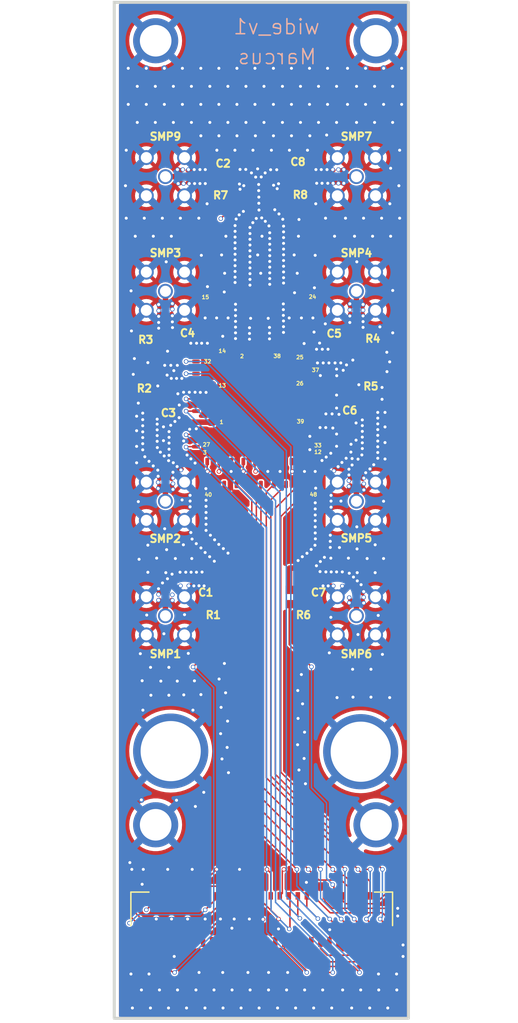
<source format=kicad_pcb>
(kicad_pcb (version 20240108) (generator "pcbnew") (generator_version "8.0")
  (title_block (title "Wide Carrier PCB") (date "2023-11-02") (rev "V1") (company "Quantum Science and Technology Lab") (comment 1 "By: Marcus Edwards"))
  (layers (0 "F.Cu" signal) (1 "In1.Cu" signal) (2 "In2.Cu" signal) (31 "B.Cu" signal) (34 "B.Paste" user) (35 "F.Paste" user) (36 "B.SilkS" user "B.Silkscreen") (37 "F.SilkS" user "F.Silkscreen") (38 "B.Mask" user) (39 "F.Mask" user) (44 "Edge.Cuts" user))
  (net 0 "")
  (net 1 "Net-(R1-Pad1)")
  (net 2 "Net-(R7-Pad1)")
  (net 3 "Net-(Sample1-Pad3)")
  (net 4 "Net-(Sample1-Pad4)")
  (net 5 "Net-(Sample1-Pad5)")
  (net 6 "Net-(Sample1-Pad6)")
  (net 7 "Net-(Sample1-Pad7)")
  (net 8 "Net-(Sample1-Pad8)")
  (net 9 "Net-(Sample1-Pad9)")
  (net 10 "Net-(Sample1-Pad10)")
  (net 11 "Net-(Sample1-Pad11)")
  (net 12 "Net-(Sample1-Pad12)")
  (net 15 "Net-(R2-Pad1)")
  (net 16 "Net-(R3-Pad1)")
  (net 17 "Net-(Sample1-Pad15)")
  (net 18 "Net-(Sample1-Pad16)")
  (net 19 "Net-(Sample1-Pad17)")
  (net 20 "Net-(Sample1-Pad18)")
  (net 21 "Net-(Sample1-Pad19)")
  (net 22 "Net-(Sample1-Pad20)")
  (net 23 "Net-(Sample1-Pad21)")
  (net 24 "Net-(Sample1-Pad22)")
  (net 25 "Net-(Sample1-Pad23)")
  (net 26 "Net-(Sample1-Pad24)")
  (net 28 "Net-(R8-Pad2)")
  (net 29 "Net-(R4-Pad1)")
  (net 30 "Net-(R5-Pad1)")
  (net 31 "31")
  (net 32 "32")
  (net 33 "33")
  (net 34 "34")
  (net 35 "35")
  (net 36 "36")
  (net 37 "37")
  (net 38 "Net-(C1-Pad1)")
  (net 39 "39")
  (net 40 "40")
  (net 41 "Net-(Sample1-Pad37)")
  (net 42 "Net-(R6-Pad1)")
  (net 43 "52")
  (net 44 "53")
  (net 45 "Net-(Sample1-Pad40)")
  (net 46 "Net-(Sample1-Pad41)")
  (net 47 "Net-(Sample1-Pad42)")
  (net 48 "Net-(Sample1-Pad43)")
  (net 49 "Net-(Sample1-Pad44)")
  (net 50 "Net-(Sample1-Pad45)")
  (net 51 "Net-(Sample1-Pad46)")
  (net 52 "Net-(C3-Pad1)")
  (net 53 "Net-(C4-Pad1)")
  (net 54 "Net-(C5-Pad1)")
  (net 55 "Net-(C6-Pad1)")
  (net 56 "Net-(C7-Pad1)")
  (net 57 "Net-(C8-Pad1)")
  (net 58 "Net-(C2-Pad1)")
  (net 59 "unconnected-(ZIF1-Pad38)")
  (net 60 "GND")
  (footprint "PcbLib_narrow_v2:581-M25-113L461" (layer "F.Cu") (at 85.09 90.17)
    (property "Reference" "SMP4")
    (property "Value" "SMP" (hide yes))
  )
  (footprint "PcbLib_narrow_v2:581-M25-113L461" (layer "F.Cu") (at 72.39 82.55)
    (property "Reference" "SMP9")
    (property "Value" "SMP" (hide yes))
  )
  (footprint "Connector_Wire:RF_bond_pad" (layer "F.Cu") (at 75.4888 96.4184)
    (property "Reference" "")
    (property "Value" "RF_bond_pad")
  )
  (footprint "Connector_Wire:RF_bond_pad" (layer "F.Cu") (at 81.9912 96.266)
    (property "Reference" "")
    (property "Value" "RF_bond_pad")
  )
  (footprint "PcbLib_narrow_v2:581-M25-113L461" (layer "F.Cu") (at 72.39 104.14)
    (property "Reference" "SMP2")
    (property "Value" "SMP" (hide yes))
  )
  (footprint "Resistor_SMD:res_cap_SM_bond_pad" (layer "F.Cu") (at 84.380802 93.506407 -45)
    (property "Reference" "")
    (property "Value" "res_cap_SM_bond_pad")
  )
  (footprint "Connector_Wire:bond_pad" (layer "F.Cu") (at 76.77161 101.4984)
    (property "Reference" "" (hide yes))
    (property "Value" "bond_pad" (hide yes))
  )
  (footprint "PcbLib_narrow_v2:581-M25-113L461" (layer "F.Cu") (at 85.09 104.14)
    (property "Reference" "SMP5")
    (property "Value" "SMP" (hide yes))
  )
  (footprint "" (layer "F.Cu") (at 86.39 125.66)
    (property "Reference" "")
    (property "Value" "")
  )
  (footprint "Connector_Wire:bond_pad" (layer "F.Cu") (at 83.1088 99.61881 90)
    (property "Reference" "" (hide yes))
    (property "Value" "bond_pad" (hide yes))
  )
  (footprint "Connector_Wire:bond_pad" (layer "F.Cu") (at 74.422 97.3328 -90)
    (property "Reference" "" (hide yes))
    (property "Value" "bond_pad" (hide yes))
  )
  (footprint "Connector_Wire:bond_pad" (layer "F.Cu") (at 81.2292 103.0224)
    (property "Reference" "" (hide yes))
    (property "Value" "bond_pad" (hide yes))
  )
  (footprint "Connector_Wire:bond_pad" (layer "F.Cu") (at 74.422 94.8436 -90)
    (property "Reference" "" (hide yes))
    (property "Value" "bond_pad" (hide yes))
  )
  (footprint "Connector_Wire:bond_pad" (layer "F.Cu") (at 74.422 95.6564 -90)
    (property "Reference" "" (hide yes))
    (property "Value" "bond_pad" (hide yes))
  )
  (footprint "Resistor_SMD:res_cap_SM_bond_pad" (layer "F.Cu") (at 72.890458 93.457765 135)
    (property "Reference" "")
    (property "Value" "res_cap_SM_bond_pad")
  )
  (footprint "Connector_Wire:bond_pad" (layer "F.Cu") (at 80.4164 103.0224 180)
    (property "Reference" "" (hide yes))
    (property "Value" "bond_pad" (hide yes))
  )
  (footprint "Connector_Wire:bond_pad" (layer "F.Cu") (at 79.2226 91.2622)
    (property "Reference" "" (hide yes))
    (property "Value" "bond_pad" (hide yes))
  )
  (footprint "Connector_Wire:bond_pad" (layer "F.Cu") (at 75.17163 101.4984)
    (property "Reference" "" (hide yes))
    (property "Value" "bond_pad" (hide yes))
  )
  (footprint "" (layer "F.Cu") (at 85.375 120.8)
    (property "Reference" "")
    (property "Value" "")
  )
  (footprint "Connector_Wire:bond_pad" (layer "F.Cu") (at 78.74 103.0224)
    (property "Reference" "" (hide yes))
    (property "Value" "bond_pad" (hide yes))
  )
  (footprint "Connector_Wire:bond_pad" (layer "F.Cu") (at 78.34664 101.4984)
    (property "Reference" "" (hide yes))
    (property "Value" "bond_pad" (hide yes))
  )
  (footprint "Resistor_SMD:res_cap_SM_bond_pad" (layer "F.Cu") (at 81.19 82.55 45)
    (property "Reference" "")
    (property "Value" "res_cap_SM_bond_pad")
  )
  (footprint "Connector_Wire:bond_pad" (layer "F.Cu") (at 83.058 95.3516 -90)
    (property "Reference" "" (hide yes))
    (property "Value" "bond_pad" (hide yes))
  )
  (footprint "Connector_Wire:RF_bond_pad" (layer "F.Cu") (at 77.4954 93.8276)
    (property "Reference" "")
    (property "Value" "RF_bond_pad")
  )
  (footprint "Connector_Wire:bond_pad" (layer "F.Cu") (at 74.4189 100.50779 -90)
    (property "Reference" "" (hide yes))
    (property "Value" "bond_pad" (hide yes))
  )
  (footprint "Connector_Wire:bond_pad" (layer "F.Cu") (at 80.26 90.27)
    (property "Reference" "" (hide yes))
    (property "Value" "bond_pad" (hide yes))
  )
  (footprint "Connector_Wire:bond_pad" (layer "F.Cu") (at 79.17158 101.4984)
    (property "Reference" "" (hide yes))
    (property "Value" "bond_pad" (hide yes))
  )
  (footprint "Connector_Wire:bond_pad" (layer "F.Cu") (at 82.2061 91.2368)
    (property "Reference" "" (hide yes))
    (property "Value" "bond_pad" (hide yes))
  )
  (footprint "" (layer "F.Cu") (at 71.74 125.66)
    (property "Reference" "")
    (property "Value" "")
  )
  (footprint "Resistor_SMD:res_cap_SM_bond_pad" (layer "F.Cu") (at 71.25 95.62 -135)
    (property "Reference" "")
    (property "Value" "res_cap_SM_bond_pad")
  )
  (footprint "Connector_Wire:RF_bond_pad" (layer "F.Cu") (at 75.4888 94.1324)
    (property "Reference" "")
    (property "Value" "RF_bond_pad")
  )
  (footprint "Connector_Wire:bond_pad" (layer "F.Cu") (at 82.37154 101.4984)
    (property "Reference" "" (hide yes))
    (property "Value" "bond_pad" (hide yes))
  )
  (footprint "Resistor_SMD:res_cap_SM_bond_pad" (layer "F.Cu") (at 80.65 110.51)
    (property "Reference" "R6" (hide yes))
    (property "Value" "")
  )
  (footprint "Connector_Wire:RF_bond_pad" (layer "F.Cu") (at 79.7814 93.8276)
    (property "Reference" "")
    (property "Value" "RF_bond_pad")
  )
  (footprint "PcbLib_narrow_v2:581-M25-113L461" (layer "F.Cu") (at 85.09 82.55)
    (property "Reference" "SMP7")
    (property "Value" "SMP" (hide yes))
  )
  (footprint "Connector_Wire:bond_pad" (layer "F.Cu") (at 75.00619 91.2368)
    (property "Reference" "" (hide yes))
    (property "Value" "bond_pad" (hide yes))
  )
  (footprint "Connector_Wire:bond_pad" (layer "F.Cu") (at 83.0865 97.07882 90)
    (property "Reference" "" (hide yes))
    (property "Value" "bond_pad" (hide yes))
  )
  (footprint "Connector_Wire:bond_pad" (layer "F.Cu") (at 79.97157 101.4984)
    (property "Reference" "9" (hide yes))
    (property "Value" "bond_pad" (hide yes))
  )
  (footprint "Resistor_SMD:res_cap_SM_bond_pad" (layer "F.Cu") (at 71.21 94.23 -135)
    (property "Reference" "")
    (property "Value" "res_cap_SM_bond_pad")
  )
  (footprint "PcbLib_narrow_v2:581-M25-113L461" (layer "F.Cu") (at 72.39 111.76)
    (property "Reference" "SMP1")
    (property "Value" "SMP" (hide yes))
  )
  (footprint "Resistor_SMD:res_cap_SM_bond_pad" (layer "F.Cu") (at 76.708 110.5078)
    (property "Reference" "R6" (hide yes))
    (property "Value" "")
  )
  (footprint "" (layer "F.Cu") (at 71.74 73.51)
    (property "Reference" "")
    (property "Value" "")
  )
  (footprint "Resistor_SMD:res_cap_SM_bond_pad" (layer "F.Cu") (at 86.01 95.51 45)
    (property "Reference" "")
    (property "Value" "res_cap_SM_bond_pad")
  )
  (footprint "Connector_Wire:bond_pad" (layer "F.Cu") (at 76.3016 103.0224)
    (property "Reference" "" (hide yes))
    (property "Value" "bond_pad" (hide yes))
  )
  (footprint "Resistor_SMD:res_cap_SM_bond_pad" (layer "F.Cu") (at 86.0354 94.24 45)
    (property "Reference" "")
    (property "Value" "res_cap_SM_bond_pad")
  )
  (footprint "Connector_Wire:bond_pad" (layer "F.Cu") (at 81.9912 103.0224)
    (property "Reference" "" (hide yes))
    (property "Value" "bond_pad" (hide yes))
  )
  (footprint "Molex_5025985193 (zif51):5025985193" (layer "F.Cu") (at 78.7916 131.8616)
    (property "Reference" "ZIF1" (hide yes))
    (property "Value" "~" (hide yes))
  )
  (footprint "Connector_Wire:RF_bond_pad" (layer "F.Cu") (at 82.042 98.806)
    (property "Reference" "")
    (property "Value" "RF_bond_pad")
  )
  (footprint "Connector_Wire:bond_pad" (layer "F.Cu") (at 74.4158 99.69499 -90)
    (property "Reference" "" (hide yes))
    (property "Value" "bond_pad" (hide yes))
  )
  (footprint "PcbLib_narrow_v2:581-M25-113L461" (layer "F.Cu") (at 85.09 111.76)
    (property "Reference" "SMP6")
    (property "Value" "SMP" (hide yes))
  )
  (footprint "Connector_Wire:RF_bond_pad" (layer "F.Cu") (at 81.9912 94.5388)
    (property "Reference" "")
    (property "Value" "RF_bond_pad")
  )
  (footprint "Connector_Wire:bond_pad" (layer "F.Cu") (at 77.9272 103.0224)
    (property "Reference" "" (hide yes))
    (property "Value" "bond_pad" (hide yes))
  )
  (footprint "Connector_Wire:bond_pad" (layer "F.Cu") (at 81.40611 91.2368)
    (property "Reference" "" (hide yes))
    (property "Value" "bond_pad" (hide yes))
  )
  (footprint "Connector_Wire:bond_pad" (layer "F.Cu") (at 77.5716 101.4984)
    (property "Reference" "" (hide yes))
    (property "Value" "bond_pad" (hide yes))
  )
  (footprint "Connector_Wire:bond_pad" (layer "F.Cu") (at 75.80618 91.2368)
    (property "Reference" "" (hide yes))
    (property "Value" "bond_pad" (hide yes))
  )
  (footprint "Connector_Wire:bond_pad" (layer "F.Cu") (at 81.57155 101.4984)
    (property "Reference" "" (hide yes))
    (property "Value" "bond_pad" (hide yes))
  )
  (footprint "Resistor_SMD:res_cap_SM_bond_pad" (layer "F.Cu") (at 85.338705 97.516014 135)
    (property "Reference" "")
    (property "Value" "res_cap_SM_bond_pad")
  )
  (footprint "Connector_Wire:bond_pad" (layer "F.Cu") (at 75.5396 103.0224 180)
    (property "Reference" "" (hide yes))
    (property "Value" "bond_pad" (hide yes))
  )
  (footprint "Connector_Wire:RF_bond_pad" (layer "F.Cu") (at 75.4634 98.8822)
    (property "Reference" "")
    (property "Value" "RF_bond_pad")
  )
  (footprint "Connector_Wire:bond_pad" (layer "F.Cu") (at 77.1144 103.0224)
    (property "Reference" "" (hide yes))
    (property "Value" "bond_pad" (hide yes))
  )
  (footprint "Connector_Wire:bond_pad" (layer "F.Cu") (at 77.0636 90.2716)
    (property "Reference" "" (hide yes))
    (property "Value" "bond_pad" (hide yes))
  )
  (footprint "Connector_Wire:bond_pad" (layer "F.Cu") (at 80.77156 101.4984)
    (property "Reference" "" (hide yes))
    (property "Value" "bond_pad" (hide yes))
  )
  (footprint "Resistor_SMD:res_cap_SM_bond_pad" (layer "F.Cu") (at 75.69 108.99 -45)
    (property "Reference" "")
    (property "Value" "res_cap_SM_bond_pad")
  )
  (footprint "Resistor_SMD:res_cap_SM_bond_pad" (layer "F.Cu") (at 76.840802 84.596407 -45)
    (property "Reference" "")
    (property "Value" "res_cap_SM_bond_pad")
  )
  (footprint "" (layer "F.Cu") (at 86.39 73.51)
    (property "Reference" "")
    (property "Value" "")
  )
  (footprint "Connector_Wire:bond_pad" (layer "F.Cu") (at 76.5556 91.2368)
    (property "Reference" "" (hide yes))
    (property "Value" "bond_pad" (hide yes))
  )
  (footprint "PcbLib_narrow_v2:581-M25-113L461" (layer "F.Cu") (at 72.39 90.17)
    (property "Reference" "SMP3")
    (property "Value" "SMP" (hide yes))
  )
  (footprint "Connector_Wire:bond_pad" (layer "F.Cu") (at 83.1088 100.4824 -90)
    (property "Reference" "" (hide yes))
    (property "Value" "bond_pad" (hide yes))
  )
  (footprint "Connector_Wire:bond_pad" (layer "F.Cu") (at 79.6036 103.0224)
    (property "Reference" "" (hide yes))
    (property "Value" "bond_pad" (hide yes))
  )
  (footprint "Connector_Wire:bond_pad" (layer "F.Cu") (at 78.04116 91.2622)
    (property "Reference" "" (hide yes))
    (property "Value" "bond_pad" (hide yes))
  )
  (footprint "Resistor_SMD:res_cap_SM_bond_pad" (layer "F.Cu") (at 80.450458 84.567765 135)
    (property "Reference" "")
    (property "Value" "res_cap_SM_bond_pad")
  )
  (footprint "Resistor_SMD:res_cap_SM_bond_pad" (layer "F.Cu") (at 76.22 82.55 -135)
    (property "Reference" "")
    (property "Value" "res_cap_SM_bond_pad")
  )
  (footprint "Resistor_SMD:res_cap_SM_bond_pad" (layer "F.Cu") (at 72.010802 97.566407 -45)
    (property "Reference" "")
    (property "Value" "res_cap_SM_bond_pad")
  )
  (footprint "Connector_Wire:bond_pad" (layer "F.Cu") (at 74.422 98.14559 -90)
    (property "Reference" "" (hide yes))
    (property "Value" "bond_pad" (hide yes))
  )
  (footprint "Connector_Wire:bond_pad" (layer "F.Cu") (at 83.0865 97.94241 90)
    (property "Reference" "" (hide yes))
    (property "Value" "bond_pad" (hide yes))
  )
  (footprint "" (layer "F.Cu") (at 72.74 120.76)
    (property "Reference" "")
    (property "Value" "")
  )
  (footprint "Resistor_SMD:res_cap_SM_bond_pad" (layer "F.Cu") (at 81.91 108.97 135)
    (property "Reference" "")
    (property "Value" "res_cap_SM_bond_pad")
  )
  (footprint "Connector_Wire:bond_pad" (layer "F.Cu") (at 80.60612 91.2368)
    (property "Reference" "" (hide yes))
    (property "Value" "bond_pad" (hide yes))
  )
  (footprint "Connector_Wire:bond_pad" (layer "F.Cu") (at 75.97162 101.4984)
    (property "Reference" "" (hide yes))
    (property "Value" "bond_pad" (hide yes))
  )
  (gr_rect (start 68.9864 70.95632) (end 88.5444 138.5316) (stroke (width 0.2)) (fill none) (layer "Edge.Cuts"))
  (gr_text "Marcus\n" (at 82.4992 74.5744 0) (layer "B.SilkS") (effects (font (size 1 1) (thickness 0.1)) (justify left mirror)))
  (gr_text "wide_v1" (at 82.72419 72.5828 0) (layer "B.SilkS") (effects (font (size 1 1) (thickness 0.1)) (justify left mirror)))
  (gr_text "39" (at 81.09 98.98 0) (layer "F.SilkS") (effects (font (size 0.25 0.25) (thickness 0.0625)) (justify left bottom)))
  (gr_text "R8" (at 80.79 84.05 0) (layer "F.SilkS") (effects (font (size 0.5 0.5) (thickness 0.125) (bold yes)) (justify left bottom)))
  (gr_text "R5" (at 85.48 96.79 0) (layer "F.SilkS") (effects (font (size 0.5 0.5) (thickness 0.125) (bold yes)) (justify left bottom)))
  (gr_text "14" (at 75.89 94.29 0) (layer "F.SilkS") (effects (font (size 0.25 0.25) (thickness 0.0625)) (justify left bottom)))
  (gr_text "13" (at 75.89 96.59 0) (layer "F.SilkS") (effects (font (size 0.25 0.25) (thickness 0.0625)) (justify left bottom)))
  (gr_text "R1" (at 75 112 0) (layer "F.SilkS") (effects (font (size 0.5 0.5) (thickness 0.125)) (justify left bottom)))
  (gr_text "R3" (at 70.51 93.69 0) (layer "F.SilkS") (effects (font (size 0.5 0.5) (thickness 0.125) (bold yes)) (justify left bottom)))
  (gr_text "12" (at 82.25 101.01 0) (layer "F.SilkS") (effects (font (size 0.25 0.25) (thickness 0.0625)) (justify left bottom)))
  (gr_text "15" (at 74.77 90.71 0) (layer "F.SilkS") (effects (font (size 0.25 0.25) (thickness 0.0625)) (justify left bottom)))
  (gr_text "37" (at 82.09 95.56 0) (layer "F.SilkS") (effects (font (size 0.25 0.25) (thickness 0.0625)) (justify left bottom)))
  (gr_text "27" (at 74.84 100.52 0) (layer "F.SilkS") (effects (font (size 0.25 0.25) (thickness 0.0625)) (justify left bottom)))
  (gr_text "32" (at 74.91 94.99 0) (layer "F.SilkS") (effects (font (size 0.25 0.25) (thickness 0.0625)) (justify left bottom)))
  (gr_text "C6" (at 84.08 98.39 0) (layer "F.SilkS") (effects (font (size 0.5 0.5) (thickness 0.125) (bold yes)) (justify left bottom)))
  (gr_text "C7" (at 82 110.5 0) (layer "F.SilkS") (effects (font (size 0.5 0.5) (thickness 0.125) (bold yes)) (justify left bottom)))
  (gr_text "48" (at 81.95 103.84 0) (layer "F.SilkS") (effects (font (size 0.25 0.25) (thickness 0.0625)) (justify left bottom)))
  (gr_text "24" (at 81.89 90.69 0) (layer "F.SilkS") (effects (font (size 0.25 0.25) (thickness 0.0625)) (justify left bottom)))
  (gr_text "R7" (at 75.49 84.08 0) (layer "F.SilkS") (effects (font (size 0.5 0.5) (thickness 0.125) (bold yes)) (justify left bottom)))
  (gr_text "R2" (at 70.42 96.93 0) (layer "F.SilkS") (effects (font (size 0.5 0.5) (thickness 0.125) (bold yes)) (justify left bottom)))
  (gr_text "R4" (at 85.61 93.62 0) (layer "F.SilkS") (effects (font (size 0.5 0.5) (thickness 0.125) (bold yes)) (justify left bottom)))
  (gr_text "R6" (at 81 112 0) (layer "F.SilkS") (effects (font (size 0.5 0.5) (thickness 0.125)) (justify left bottom)))
  (gr_text "38" (at 79.54 94.63 0) (layer "F.SilkS") (effects (font (size 0.25 0.25) (thickness 0.0625)) (justify left bottom)))
  (gr_text "C5" (at 83.04 93.28 0) (layer "F.SilkS") (effects (font (size 0.5 0.5) (thickness 0.125) (bold yes)) (justify left bottom)))
  (gr_text "1" (at 75.96 99.02 0) (layer "F.SilkS") (effects (font (size 0.25 0.25) (thickness 0.0625)) (justify left bottom)))
  (gr_text "25" (at 81.05 94.71 0) (layer "F.SilkS") (effects (font (size 0.25 0.25) (thickness 0.0625)) (justify left bottom)))
  (gr_text "C4" (at 73.29 93.25 0) (layer "F.SilkS") (effects (font (size 0.5 0.5) (thickness 0.125) (bold yes)) (justify left bottom)))
  (gr_text "3" (at 74.85 101.05 0) (layer "F.SilkS") (effects (font (size 0.25 0.25) (thickness 0.0625)) (justify left bottom)))
  (gr_text "33" (at 82.25 100.57 0) (layer "F.SilkS") (effects (font (size 0.25 0.25) (thickness 0.0625)) (justify left bottom)))
  (gr_text "C1" (at 74.5 110.5 0) (layer "F.SilkS") (effects (font (size 0.5 0.5) (thickness 0.125)) (justify left bottom)))
  (gr_text "C3" (at 72.02 98.56 0) (layer "F.SilkS") (effects (font (size 0.5 0.5) (thickness 0.125) (bold yes)) (justify left bottom)))
  (gr_text "C2" (at 75.66 81.97 0) (layer "F.SilkS") (effects (font (size 0.5 0.5) (thickness 0.125) (bold yes)) (justify left bottom)))
  (gr_text "40" (at 74.96 103.85 0) (layer "F.SilkS") (effects (font (size 0.25 0.25) (thickness 0.0625)) (justify left bottom)))
  (gr_text "C8" (at 80.63 81.86 0) (layer "F.SilkS") (effects (font (size 0.5 0.5) (thickness 0.125) (bold yes)) (justify left bottom)))
  (gr_text "2" (at 77.32 94.64 0) (layer "F.SilkS") (effects (font (size 0.25 0.25) (thickness 0.0625)) (justify left bottom)))
  (gr_text "26" (at 81.05 96.45 0) (layer "F.SilkS") (effects (font (size 0.25 0.25) (thickness 0.0625)) (justify left bottom)))
  (segment (start 84.963 97.155) (end 84.074 96.266) (width 0.36859) (layer "F.Cu") (net 0))
  (segment (start 85.5472 94.234) (end 84.6328 94.234) (width 0.36859) (layer "F.Cu") (net 0))
  (segment (start 81.6356 82.55) (end 81.649895 82.535705) (width 0.36859) (layer "F.Cu") (net 0))
  (segment (start 72.39 90.17) (end 72.394295 90.174295) (width 0.36859) (layer "F.Cu") (net 0))
  (segment (start 72.39 110.0836) (end 73.166049 109.307551) (width 0.36859) (layer "F.Cu") (net 0))
  (segment (start 81.649895 82.535705) (end 85.075705 82.535705) (width 0.36859) (layer "F.Cu") (net 0))
  (segment (start 71.739799 95.669585) (end 72.485919 96.415705) (width 0.36859) (layer "F.Cu") (net 0))
  (segment (start 73.129295 96.415705) (end 75.486105 96.415705) (width 0.36859) (layer "F.Cu") (net 0))
  (segment (start 72.3392 97.2058) (end 73.129295 96.415705) (width 0.36859) (layer "F.Cu") (net 0))
  (segment (start 75.486105 96.415705) (end 75.4888 96.4184) (width 0.36859) (layer "F.Cu") (net 0))
  (segment (start 85.598 95.504) (end 84.836 95.504) (width 0.36859) (layer "F.Cu") (net 0))
  (segment (start 72.394295 90.174295) (end 72.394295 92.968295) (width 0.36859) (layer "F.Cu") (net 0))
  (segment (start 71.739799 95.631) (end 71.739799 95.669585) (width 0.36859) (layer "F.Cu") (net 0))
  (segment (start 72.485919 96.415705) (end 73.129295 96.415705) (width 0.36859) (layer "F.Cu") (net 0))
  (segment (start 85.09 110.0582) (end 84.339351 109.307551) (width 0.36859) (layer "F.Cu") (net 0))
  (segment (start 84.3788 94.488) (end 83.4136 94.488) (width 0.36859) (layer "F.Cu") (net 0))
  (segment (start 83.4136 94.488) (end 84.0232 93.8784) (width 0.36859) (layer "F.Cu") (net 0))
  (segment (start 84.339351 109.307551) (end 82.256551 109.307551) (width 0.36859) (layer "F.Cu") (net 0))
  (segment (start 84.836 95.504) (end 84.074 96.266) (width 0.36859) (layer "F.Cu") (net 0))
  (segment (start 72.394295 92.968295) (end 72.556449 93.130449) (width 0.36859) (layer "F.Cu") (net 0))
  (segment (start 82.042 94.488) (end 81.9912 94.5388) (width 0.24892) (layer "F.Cu") (net 0))
  (segment (start 83.4136 94.488) (end 82.042 94.488) (width 0.36859) (layer "F.Cu") (net 0))
  (segment (start 72.39 82.55) (end 75.819 82.55) (width 0.36859) (layer "F.Cu") (net 0))
  (segment (start 84.6328 94.234) (end 84.3788 94.488) (width 0.36859) (layer "F.Cu") (net 0))
  (segment (start 73.166049 109.307551) (end 75.350449 109.307551) (width 0.36859) (layer "F.Cu") (net 0))
  (segment (start 72.39 111.76) (end 72.39 110.0836) (width 0.36859) (layer "F.Cu") (net 0))
  (segment (start 85.075705 82.535705) (end 85.09 82.55) (width 0.36859) (layer "F.Cu") (net 0))
  (segment (start 85.09 111.76) (end 85.09 110.0582) (width 0.36859) (layer "F.Cu") (net 0))
  (segment (start 84.074 96.266) (end 81.9912 96.266) (width 0.36859) (layer "F.Cu") (net 0))
  (segment (start 72.9996 135.4836) (end 72.88954 135.4836) (width 0.09906) (layer "F.Cu") (net 1))
  (segment (start 71.2916 133.88566) (end 71.2916 133.4516) (width 0.09906) (layer "F.Cu") (net 1))
  (segment (start 72.88954 135.4836) (end 71.2916 133.88566) (width 0.09906) (layer "F.Cu") (net 1))
  (segment (start 76.708 112.68177) (end 76.708 110.8964) (width 0.09906) (layer "F.Cu") (net 1))
  (segment (start 74.22617 115.1636) (end 76.708 112.68177) (width 0.09906) (layer "F.Cu") (net 1))
  (via (at 72.9996 135.4836) (size 0.3) (drill 0.19812) (layers "F.Cu" "B.Cu") (net 1))
  (via (at 74.22617 115.1636) (size 0.3) (drill 0.19812) (layers "F.Cu" "B.Cu") (net 1))
  (segment (start 75.6 116.53743) (end 75.6 132.8832) (width 0.09906) (layer "B.Cu") (net 1))
  (segment (start 74.22617 115.1636) (end 75.6 116.53743) (width 0.09906) (layer "B.Cu") (net 1))
  (segment (start 75.6 132.8832) (end 72.9996 135.4836) (width 0.09906) (layer "B.Cu") (net 1))
  (segment (start 76.070003 85.34) (end 76.494125 84.915878) (width 0.09906) (layer "F.Cu") (net 2))
  (segment (start 76.454 84.963) (end 76.581 84.836) (width 0.09906) (layer "F.Cu") (net 2))
  (segment (start 71.5916 130.8464) (end 71.5916 130.3866) (width 0.09906) (layer "F.Cu") (net 2))
  (segment (start 71.12 131.318) (end 71.5916 130.8464) (width 0.09906) (layer "F.Cu") (net 2))
  (segment (start 76.2762 84.963) (end 76.454 84.963) (width 0.09906) (layer "F.Cu") (net 2))
  (via (at 71.12 131.318) (size 0.3) (drill 0.19812) (layers "F.Cu" "B.Cu") (net 2))
  (via (at 76.070003 85.34) (size 0.3) (drill 0.19812) (layers "F.Cu" "B.Cu") (net 2))
  (segment (start 70.1548 128.6256) (end 70.1548 131.28074) (width 0.09906) (layer "F.Cu") (net 3))
  (segment (start 70.1548 131.28074) (end 71.8916 133.01754) (width 0.09906) (layer "F.Cu") (net 3))
  (segment (start 75.17163 102.14643) (end 75.184 102.1588) (width 0.09906) (layer "F.Cu") (net 3))
  (segment (start 71.8916 133.01754) (end 71.8916 133.4516) (width 0.09906) (layer "F.Cu") (net 3))
  (segment (start 75.17163 101.4984) (end 75.17163 102.14643) (width 0.09906) (layer "F.Cu") (net 3))
  (via blind (at 70.1548 128.6256) (size 0.3) (drill 0.19812) (layers "F.Cu" "In1.Cu") (net 3))
  (via blind (at 75.184 102.1588) (size 0.3) (drill 0.19812) (layers "F.Cu" "In1.Cu") (net 3))
  (segment (start 70.9168 128.6256) (end 72.1916 129.9004) (width 0.09906) (layer "F.Cu") (net 4))
  (segment (start 75.97162 101.4984) (end 75.97162 102.13318) (width 0.09906) (layer "F.Cu") (net 4))
  (segment (start 72.1916 129.9004) (end 72.1916 130.3866) (width 0.09906) (layer "F.Cu") (net 4))
  (segment (start 75.97162 102.13318) (end 75.946 102.1588) (width 0.09906) (layer "F.Cu") (net 4))
  (via blind (at 70.9168 128.6256) (size 0.3) (drill 0.19812) (layers "F.Cu" "In1.Cu") (net 4))
  (via blind (at 75.946 102.1588) (size 0.3) (drill 0.19812) (layers "F.Cu" "In1.Cu") (net 4))
  (segment (start 76.77161 102.14599) (end 76.7588 102.1588) (width 0.09906) (layer "F.Cu") (net 5))
  (segment (start 72.4916 132.6388) (end 72.4916 133.4516) (width 0.09906) (layer "F.Cu") (net 5))
  (segment (start 76.77161 101.4984) (end 76.77161 102.14599) (width 0.09906) (layer "F.Cu") (net 5))
  (segment (start 71.7804 131.9276) (end 72.4916 132.6388) (width 0.09906) (layer "F.Cu") (net 5))
  (via blind (at 76.7588 102.1588) (size 0.3) (drill 0.19812) (layers "F.Cu" "In1.Cu") (net 5))
  (via blind (at 71.7804 131.9276) (size 0.3) (drill 0.19812) (layers "F.Cu" "In1.Cu") (net 5))
  (segment (start 72.7916 129.586) (end 72.7916 130.3866) (width 0.09906) (layer "F.Cu") (net 6))
  (segment (start 72.5424 128.6256) (end 72.5424 129.3368) (width 0.09906) (layer "F.Cu") (net 6))
  (segment (start 77.5716 101.4984) (end 77.5716 102.1588) (width 0.09906) (layer "F.Cu") (net 6))
  (segment (start 72.5424 129.3368) (end 72.7916 129.586) (width 0.09906) (layer "F.Cu") (net 6))
  (via blind (at 72.5424 128.6256) (size 0.3) (drill 0.19812) (layers "F.Cu" "In1.Cu") (net 6))
  (via blind (at 77.5716 102.1588) (size 0.3) (drill 0.19812) (layers "F.Cu" "In1.Cu") (net 6))
  (segment (start 78.34664 102.12104) (end 78.3844 102.1588) (width 0.09906) (layer "F.Cu") (net 7))
  (segment (start 72.7964 131.9276) (end 73.0916 132.2228) (width 0.09906) (layer "F.Cu") (net 7))
  (segment (start 73.0916 132.2228) (end 73.0916 133.4516) (width 0.09906) (layer "F.Cu") (net 7))
  (segment (start 78.34664 101.4984) (end 78.34664 102.12104) (width 0.09906) (layer "F.Cu") (net 7))
  (via blind (at 78.3844 102.1588) (size 0.3) (drill 0.19812) (layers "F.Cu" "In1.Cu") (net 7))
  (via blind (at 72.7964 131.9276) (size 0.3) (drill 0.19812) (layers "F.Cu" "In1.Cu") (net 7))
  (segment (start 79.17158 101.4984) (end 79.17158 102.13318) (width 0.09906) (layer "F.Cu") (net 8))
  (segment (start 74.168 128.6256) (end 74.168 128.778) (width 0.09906) (layer "F.Cu") (net 8))
  (segment (start 79.17158 102.13318) (end 79.1972 102.1588) (width 0.09906) (layer "F.Cu") (net 8))
  (segment (start 74.168 128.778) (end 73.3916 129.5544) (width 0.09906) (layer "F.Cu") (net 8))
  (segment (start 73.3916 129.5544) (end 73.3916 130.3866) (width 0.09906) (layer "F.Cu") (net 8))
  (via blind (at 74.168 128.6256) (size 0.3) (drill 0.19812) (layers "F.Cu" "In1.Cu") (net 8))
  (via blind (at 79.1972 102.1588) (size 0.3) (drill 0.19812) (layers "F.Cu" "In1.Cu") (net 8))
  (segment (start 79.97157 101.4984) (end 79.97157 102.12037) (width 0.09906) (layer "F.Cu") (net 9))
  (segment (start 73.8632 131.9276) (end 73.8632 132.84594) (width 0.09906) (layer "F.Cu") (net 9))
  (segment (start 73.6916 133.01754) (end 73.6916 133.4516) (width 0.09906) (layer "F.Cu") (net 9))
  (segment (start 79.97157 102.12037) (end 80.01 102.1588) (width 0.09906) (layer "F.Cu") (net 9))
  (segment (start 73.8632 132.84594) (end 73.6916 133.01754) (width 0.09906) (layer "F.Cu") (net 9))
  (via blind (at 80.01 102.1588) (size 0.3) (drill 0.19812) (layers "F.Cu" "In1.Cu") (net 9))
  (via blind (at 73.8632 131.9276) (size 0.3) (drill 0.19812) (layers "F.Cu" "In1.Cu") (net 9))
  (segment (start 73.9916 129.7164) (end 73.9916 130.3866) (width 0.09906) (layer "F.Cu") (net 10))
  (segment (start 74.422 129.286) (end 73.9916 129.7164) (width 0.09906) (layer "F.Cu") (net 10))
  (segment (start 75.1332 129.286) (end 74.422 129.286) (width 0.09906) (layer "F.Cu") (net 10))
  (segment (start 80.77156 101.4984) (end 80.77156 102.10756) (width 0.09906) (layer "F.Cu") (net 10))
  (segment (start 80.77156 102.10756) (end 80.8228 102.1588) (width 0.09906) (layer "F.Cu") (net 10))
  (segment (start 75.7936 128.6256) (end 75.1332 129.286) (width 0.09906) (layer "F.Cu") (net 10))
  (via blind (at 75.7936 128.6256) (size 0.3) (drill 0.19812) (layers "F.Cu" "In1.Cu") (net 10))
  (via blind (at 80.8228 102.1588) (size 0.3) (drill 0.19812) (layers "F.Cu" "In1.Cu") (net 10))
  (segment (start 74.44207 132.86707) (end 74.2916 133.01754) (width 0.09906) (layer "F.Cu") (net 11))
  (segment (start 75.10813 132.86707) (end 74.44207 132.86707) (width 0.09906) (layer "F.Cu") (net 11))
  (segment (start 81.57155 101.4984) (end 81.57155 102.09475) (width 0.09906) (layer "F.Cu") (net 11))
  (segment (start 81.57155 102.09475) (end 81.6356 102.1588) (width 0.09906) (layer "F.Cu") (net 11))
  (segment (start 76.0476 131.9276) (end 75.10813 132.86707) (width 0.09906) (layer "F.Cu") (net 11))
  (segment (start 74.2916 133.01754) (end 74.2916 133.4516) (width 0.09906) (layer "F.Cu") (net 11))
  (via blind (at 76.0476 131.9276) (size 0.3) (drill 0.19812) (layers "F.Cu" "In1.Cu") (net 11))
  (via blind (at 81.6356 102.1588) (size 0.3) (drill 0.19812) (layers "F.Cu" "In1.Cu") (net 11))
  (segment (start 82.37154 101.4984) (end 82.37154 102.13406) (width 0.09906) (layer "F.Cu") (net 12))
  (segment (start 76.2 129.7432) (end 74.88594 129.7432) (width 0.09906) (layer "F.Cu") (net 12))
  (segment (start 74.88594 129.7432) (end 74.5916 130.03754) (width 0.09906) (layer "F.Cu") (net 12))
  (segment (start 77.3176 128.6256) (end 76.2 129.7432) (width 0.09906) (layer "F.Cu") (net 12))
  (segment (start 74.5916 130.03754) (end 74.5916 130.3866) (width 0.09906) (layer "F.Cu") (net 12))
  (segment (start 82.37154 102.13406) (end 82.3468 102.1588) (width 0.09906) (layer "F.Cu") (net 12))
  (via blind (at 77.3176 128.6256) (size 0.3) (drill 0.19812) (layers "F.Cu" "In1.Cu") (net 12))
  (via blind (at 82.3468 102.1588) (size 0.3) (drill 0.19812) (layers "F.Cu" "In1.Cu") (net 12))
  (segment (start 75.4916 133.88566) (end 75.4916 133.4516) (width 0.09906) (layer "F.Cu") (net 15))
  (segment (start 70.706471 95.7) (end 70.784567 95.621904) (width 0.09906) (layer "F.Cu") (net 15))
  (segment (start 73.49413 135.88313) (end 75.4916 133.88566) (width 0.09906) (layer "F.Cu") (net 15))
  (segment (start 69.85527 131.55121) (end 70.74113 132.43707) (width 0.09906) (layer "F.Cu") (net 15))
  (segment (start 70.74113 133.93633) (end 72.68793 135.88313) (width 0.09906) (layer "F.Cu") (net 15))
  (segment (start 70.74113 132.43707) (end 70.74113 133.93633) (width 0.09906) (layer "F.Cu") (net 15))
  (segment (start 70.025 128.175) (end 69.85527 128.34473) (width 0.09906) (layer "F.Cu") (net 15))
  (segment (start 70.25 95.7) (end 70.706471 95.7) (width 0.09906) (layer "F.Cu") (net 15))
  (segment (start 69.85527 128.34473) (end 69.85527 131.55121) (width 0.09906) (layer "F.Cu") (net 15))
  (segment (start 72.68793 135.88313) (end 73.49413 135.88313) (width 0.09906) (layer "F.Cu") (net 15))
  (via blind (at 70.025 128.175) (size 0.3) (drill 0.19812) (layers "F.Cu" "In1.Cu") (net 15))
  (via blind (at 70.25 95.7) (size 0.3) (drill 0.19812) (layers "F.Cu" "In1.Cu") (net 15))
  (segment (start 75.7916 130.558) (end 75.7916 130.3866) (width 0.09906) (layer "F.Cu") (net 16))
  (segment (start 70.325 94.65) (end 70.326471 94.65) (width 0.09906) (layer "F.Cu") (net 16))
  (segment (start 75.0316 131.318) (end 75.7916 130.558) (width 0.09906) (layer "F.Cu") (net 16))
  (segment (start 70.326471 94.65) (end 70.744567 94.231904) (width 0.09906) (layer "F.Cu") (net 16))
  (via blind (at 70.325 94.65) (size 0.3) (drill 0.19812) (layers "F.Cu" "In1.Cu") (net 16))
  (via (at 70 132.2) (size 0.3) (drill 0.19812) (layers "F.Cu" "B.Cu") (net 16))
  (via (at 75.0316 131.318) (size 0.3) (drill 0.19812) (layers "F.Cu" "B.Cu") (net 16))
  (segment (start 70.56 131.64) (end 74.7096 131.64) (width 0.09906) (layer "B.Cu") (net 16))
  (segment (start 74.7096 131.64) (end 75.0316 131.318) (width 0.09906) (layer "B.Cu") (net 16))
  (segment (start 70 132.2) (end 70.56 131.64) (width 0.09906) (layer "B.Cu") (net 16))
  (segment (start 75.00619 91.2368) (end 75.00619 91.332189) (width 0.09906) (layer "F.Cu") (net 17))
  (segment (start 74.6252 135.35206) (end 76.0916 133.88566) (width 0.09906) (layer "F.Cu") (net 17))
  (segment (start 74.6252 135.4836) (end 74.6252 135.35206) (width 0.09906) (layer "F.Cu") (net 17))
  (segment (start 75.00619 91.2368) (end 75.00619 91.92259) (width 0.09906) (layer "F.Cu") (net 17))
  (segment (start 76.0916 133.88566) (end 76.0916 133.4516) (width 0.09906) (layer "F.Cu") (net 17))
  (segment (start 75.00619 91.332189) (end 75.0062 91.332199) (width 0.09906) (layer "F.Cu") (net 17))
  (segment (start 75.00619 91.92259) (end 75.0316 91.948) (width 0.09906) (layer "F.Cu") (net 17))
  (via blind (at 75.0316 91.948) (size 0.3) (drill 0.19812) (layers "F.Cu" "In2.Cu") (net 17))
  (via blind (at 74.6252 135.4836) (size 0.3) (drill 0.19812) (layers "F.Cu" "In2.Cu") (net 17))
  (segment (start 76.3916 130.5676) (end 76.3916 130.3866) (width 0.09906) (layer "F.Cu") (net 18))
  (segment (start 75.80618 91.88438) (end 75.819 91.8972) (width 0.09906) (layer "F.Cu") (net 18))
  (segment (start 75.80618 91.2368) (end 75.80618 91.93542) (width 0.09906) (layer "F.Cu") (net 18))
  (segment (start 75.0316 131.9276) (end 76.3916 130.5676) (width 0.09906) (layer "F.Cu") (net 18))
  (segment (start 75.80618 91.93542) (end 75.7936 91.948) (width 0.09906) (layer "F.Cu") (net 18))
  (via blind (at 75.0316 131.9276) (size 0.3) (drill 0.19812) (layers "F.Cu" "In2.Cu") (net 18))
  (via blind (at 75.7936 91.948) (size 0.3) (drill 0.19812) (layers "F.Cu" "In2.Cu") (net 18))
  (segment (start 76.5556 91.89697) (end 76.55583 91.8972) (width 0.09906) (layer "F.Cu") (net 19))
  (segment (start 76.2 135.4836) (end 76.6916 134.992) (width 0.09906) (layer "F.Cu") (net 19))
  (segment (start 76.5556 91.2368) (end 76.5556 91.94777) (width 0.09906) (layer "F.Cu") (net 19))
  (segment (start 76.5556 91.94777) (end 76.55583 91.948) (width 0.09906) (layer "F.Cu") (net 19))
  (segment (start 76.6916 134.992) (end 76.6916 133.4516) (width 0.09906) (layer "F.Cu") (net 19))
  (via blind (at 76.2 135.4836) (size 0.3) (drill 0.19812) (layers "F.Cu" "In2.Cu") (net 19))
  (via blind (at 76.55583 91.948) (size 0.3) (drill 0.19812) (layers "F.Cu" "In2.Cu") (net 19))
  (segment (start 78.04116 91.90956) (end 78.0542 91.9226) (width 0.09906) (layer "F.Cu") (net 20))
  (segment (start 78.04116 91.2622) (end 78.04116 91.96036) (width 0.09906) (layer "F.Cu") (net 20))
  (segment (start 78.04116 91.96036) (end 78.0542 91.9734) (width 0.09906) (layer "F.Cu") (net 20))
  (segment (start 76.962 131.9276) (end 76.9916 131.898) (width 0.09906) (layer "F.Cu") (net 20))
  (segment (start 78.04116 91.2622) (end 78.0542 91.2622) (width 0.09906) (layer "F.Cu") (net 20))
  (segment (start 76.9916 131.898) (end 76.9916 130.3866) (width 0.09906) (layer "F.Cu") (net 20))
  (via blind (at 78.0542 91.9734) (size 0.3) (drill 0.19812) (layers "F.Cu" "In2.Cu") (net 20))
  (via blind (at 76.962 131.9276) (size 0.3) (drill 0.19812) (layers "F.Cu" "In2.Cu") (net 20))
  (segment (start 77.0128 90.2208) (end 77.0636 90.2716) (width 0.09906) (layer "F.Cu") (net 21))
  (segment (start 76.3016 90.2208) (end 77.0128 90.2208) (width 0.09906) (layer "F.Cu") (net 21))
  (segment (start 77.8764 135.4836) (end 77.2916 134.8988) (width 0.09906) (layer "F.Cu") (net 21))
  (segment (start 77.2916 134.8988) (end 77.2916 133.4516) (width 0.09906) (layer "F.Cu") (net 21))
  (segment (start 77.0382 90.21393) (end 77.03133 90.2208) (width 0.09906) (layer "F.Cu") (net 21))
  (via blind (at 77.8764 135.4836) (size 0.3) (drill 0.19812) (layers "F.Cu" "In2.Cu") (net 21))
  (via blind (at 76.3016 90.2208) (size 0.3) (drill 0.19812) (layers "F.Cu" "In2.Cu") (net 21))
  (segment (start 77.97113 131.9276) (end 77.5916 131.54807) (width 0.09906) (layer "F.Cu") (net 22))
  (segment (start 77.5916 131.54807) (end 77.5916 130.3866) (width 0.09906) (layer "F.Cu") (net 22))
  (segment (start 80.19467 90.2716) (end 80.19467 90.2462) (width 0.09906) (layer "F.Cu") (net 22))
  (segment (start 80.222465 90.2716) (end 80.9752 90.2716) (width 0.09906) (layer "F.Cu") (net 22))
  (via blind (at 77.97113 131.9276) (size 0.3) (drill 0.19812) (layers "F.Cu" "In2.Cu") (net 22))
  (via blind (at 80.9752 90.2716) (size 0.3) (drill 0.19812) (layers "F.Cu" "In2.Cu") (net 22))
  (segment (start 79.2226 91.97273) (end 79.22327 91.9734) (width 0.09906) (layer "F.Cu") (net 23))
  (segment (start 79.248 135.4836) (end 77.8916 134.1272) (width 0.09906) (layer "F.Cu") (net 23))
  (segment (start 79.2226 91.2622) (end 79.2226 91.97273) (width 0.09906) (layer "F.Cu") (net 23))
  (segment (start 77.8916 134.1272) (end 77.8916 133.4516) (width 0.09906) (layer "F.Cu") (net 23))
  (segment (start 79.2226 91.92193) (end 79.24867 91.948) (width 0.09906) (layer "F.Cu") (net 23))
  (via blind (at 79.248 135.4836) (size 0.3) (drill 0.19812) (layers "F.Cu" "In2.Cu") (net 23))
  (via blind (at 79.22327 91.9734) (size 0.3) (drill 0.19812) (layers "F.Cu" "In2.Cu") (net 23))
  (segment (start 80.60612 91.90912) (end 80.6196 91.9226) (width 0.09906) (layer "F.Cu") (net 24))
  (segment (start 80.60612 91.2368) (end 80.60612 91.93452) (width 0.09906) (layer "F.Cu") (net 24))
  (segment (start 80.60612 91.93452) (end 80.6196 91.948) (width 0.09906) (layer "F.Cu") (net 24))
  (segment (start 78.1916 131.262683) (end 78.1916 130.3866) (width 0.09906) (layer "F.Cu") (net 24))
  (segment (start 78.87816 131.949243) (end 78.1916 131.262683) (width 0.09906) (layer "F.Cu") (net 24))
  (segment (start 80.60612 91.2368) (end 80.60612 91.22488) (width 0.09906) (layer "F.Cu") (net 24))
  (via blind (at 80.6196 91.948) (size 0.3) (drill 0.19812) (layers "F.Cu" "In2.Cu") (net 24))
  (via blind (at 78.87816 131.949243) (size 0.3) (drill 0.19812) (layers "F.Cu" "In2.Cu") (net 24))
  (segment (start 80.518 134.9756) (end 80.518 135.4836) (width 0.09906) (layer "F.Cu") (net 25))
  (segment (start 79.57853 134.03613) (end 78.64207 134.03613) (width 0.09906) (layer "F.Cu") (net 25))
  (segment (start 78.4916 133.88566) (end 78.4916 133.4516) (width 0.09906) (layer "F.Cu") (net 25))
  (segment (start 78.64207 134.03613) (end 78.4916 133.88566) (width 0.09906) (layer "F.Cu") (net 25))
  (segment (start 81.40611 91.2368) (end 81.40611 91.92171) (width 0.09906) (layer "F.Cu") (net 25))
  (segment (start 81.40611 91.92171) (end 81.4324 91.948) (width 0.09906) (layer "F.Cu") (net 25))
  (segment (start 79.57853 134.03613) (end 80.518 134.9756) (width 0.09906) (layer "F.Cu") (net 25))
  (via blind (at 80.518 135.4836) (size 0.3) (drill 0.19812) (layers "F.Cu" "In2.Cu") (net 25))
  (via blind (at 81.4324 91.948) (size 0.3) (drill 0.19812) (layers "F.Cu" "In2.Cu") (net 25))
  (segment (start 79.9084 131.85246) (end 78.7916 130.73566) (width 0.09906) (layer "F.Cu") (net 26))
  (segment (start 82.2061 91.9089) (end 82.2198 91.9226) (width 0.09906) (layer "F.Cu") (net 26))
  (segment (start 82.2061 91.2368) (end 82.2061 91.9363) (width 0.09906) (layer "F.Cu") (net 26))
  (segment (start 82.2061 91.9363) (end 82.1944 91.948) (width 0.09906) (layer "F.Cu") (net 26))
  (segment (start 78.7916 130.73566) (end 78.7916 130.3866) (width 0.09906) (layer "F.Cu") (net 26))
  (segment (start 79.9084 131.9276) (end 79.9084 131.85246) (width 0.09906) (layer "F.Cu") (net 26))
  (via blind (at 82.1944 91.948) (size 0.3) (drill 0.19812) (layers "F.Cu" "In2.Cu") (net 26))
  (via blind (at 79.9084 131.9276) (size 0.3) (drill 0.19812) (layers "F.Cu" "In2.Cu") (net 26))
  (segment (start 81.27 85.4) (end 81.27 85.389998) (width 0.09906) (layer "F.Cu") (net 28))
  (segment (start 79.3916 128.8708) (end 79.3916 130.3866) (width 0.09906) (layer "F.Cu") (net 28))
  (segment (start 79.1464 128.6256) (end 79.3916 128.8708) (width 0.09906) (layer "F.Cu") (net 28))
  (segment (start 81.27 85.389998) (end 80.791753 84.911751) (width 0.09906) (layer "F.Cu") (net 28))
  (via blind (at 79.1464 128.6256) (size 0.3) (drill 0.19812) (layers "F.Cu" "In1.Cu") (net 28))
  (via blind (at 81.27 85.4) (size 0.3) (drill 0.19812) (layers "F.Cu" "In1.Cu") (net 28))
  (segment (start 79.6916 132.8048) (end 79.6916 133.4516) (width 0.09906) (layer "F.Cu") (net 29))
  (segment (start 86.508929 94.23) (end 86.500833 94.238096) (width 0.09906) (layer "F.Cu") (net 29))
  (segment (start 79.9084 132.588) (end 79.6916 132.8048) (width 0.09906) (layer "F.Cu") (net 29))
  (segment (start 87.11 94.23) (end 86.508929 94.23) (width 0.09906) (layer "F.Cu") (net 29))
  (via blind (at 87.11 94.23) (size 0.3) (drill 0.19812) (layers "F.Cu" "In1.Cu") (net 29))
  (via blind (at 79.9084 132.588) (size 0.3) (drill 0.19812) (layers "F.Cu" "In1.Cu") (net 29))
  (segment (start 80.1624 130.2158) (end 79.9916 130.3866) (width 0.09906) (layer "F.Cu") (net 30))
  (segment (start 86.487337 95.52) (end 86.475433 95.508096) (width 0.09906) (layer "F.Cu") (net 30))
  (segment (start 80.264 128.6256) (end 80.1624 128.7272) (width 0.09906) (layer "F.Cu") (net 30))
  (segment (start 80.1624 128.7272) (end 80.1624 130.2158) (width 0.09906) (layer "F.Cu") (net 30))
  (segment (start 87.12 95.52) (end 86.487337 95.52) (width 0.09906) (layer "F.Cu") (net 30))
  (via blind (at 80.264 128.6256) (size 0.3) (drill 0.19812) (layers "F.Cu" "In1.Cu") (net 30))
  (via blind (at 87.12 95.52) (size 0.3) (drill 0.19812) (layers "F.Cu" "In1.Cu") (net 30))
  (segment (start 81.788001 135.382061) (end 80.2916 133.88566) (width 0.09906) (layer "F.Cu") (net 31))
  (segment (start 74.3235 100.5078) (end 73.7585 100.5078) (width 0.09906) (layer "F.Cu") (net 31))
  (segment (start 81.788001 135.4836) (end 81.788001 135.382061) (width 0.09906) (layer "F.Cu") (net 31))
  (segment (start 80.2916 133.88566) (end 80.2916 133.4516) (width 0.09906) (layer "F.Cu") (net 31))
  (via (at 73.7616 100.5332) (size 0.3) (drill 0.19812) (layers "F.Cu" "B.Cu") (net 31))
  (via (at 81.788001 135.4836) (size 0.3) (drill 0.19812) (layers "F.Cu" "B.Cu") (net 31))
  (segment (start 81.788001 135.4836) (end 79.11282 132.808419) (width 0.09906) (layer "B.Cu") (net 31))
  (segment (start 79.11282 105.88442) (end 73.7616 100.5332) (width 0.09906) (layer "B.Cu") (net 31))
  (segment (start 79.11282 132.808419) (end 79.11282 105.88442) (width 0.09906) (layer "B.Cu") (net 31))
  (segment (start 74.3204 99.695) (end 73.7554 99.695) (width 0.09906) (layer "F.Cu") (net 32))
  (segment (start 80.6196 132.588) (end 80.6704 132.5372) (width 0.09906) (layer "F.Cu") (net 32))
  (segment (start 80.6704 132.5372) (end 80.6704 130.4654) (width 0.09906) (layer "F.Cu") (net 32))
  (segment (start 80.6704 130.4654) (end 80.5916 130.3866) (width 0.09906) (layer "F.Cu") (net 32))
  (via (at 73.7616 99.7204) (size 0.3) (drill 0.19812) (layers "F.Cu" "B.Cu") (net 32))
  (via (at 80.6196 132.588) (size 0.3) (drill 0.19812) (layers "F.Cu" "B.Cu") (net 32))
  (segment (start 79.41188 131.38028) (end 79.41188 105.37068) (width 0.09906) (layer "B.Cu") (net 32))
  (segment (start 80.6196 132.588) (end 79.41188 131.38028) (width 0.09906) (layer "B.Cu") (net 32))
  (segment (start 79.41188 105.37068) (end 73.7616 99.7204) (width 0.09906) (layer "B.Cu") (net 32))
  (segment (start 74.3266 98.1456) (end 73.7616 98.1456) (width 0.09906) (layer "F.Cu") (net 33))
  (segment (start 80.8916 133.88566) (end 80.8916 133.4516) (width 0.09906) (layer "F.Cu") (net 33))
  (segment (start 83.5152 135.4836) (end 82.48954 135.4836) (width 0.09906) (layer "F.Cu") (net 33))
  (segment (start 82.48954 135.4836) (end 80.8916 133.88566) (width 0.09906) (layer "F.Cu") (net 33))
  (via (at 73.7616 98.145599) (size 0.3) (drill 0.19812) (layers "F.Cu" "B.Cu") (net 33))
  (via (at 83.5152 135.4836) (size 0.3) (drill 0.19812) (layers "F.Cu" "B.Cu") (net 33))
  (segment (start 79.71094 104.094939) (end 73.7616 98.145599) (width 0.09906) (layer "B.Cu") (net 33))
  (segment (start 83.5152 135.4836) (end 83.5152 134.62) (width 0.09906) (layer "B.Cu") (net 33))
  (segment (start 80.979313 132.084113) (end 79.71094 130.81574) (width 0.09906) (layer "B.Cu") (net 33))
  (segment (start 79.71094 130.81574) (end 79.71094 104.094939) (width 0.09906) (layer "B.Cu") (net 33))
  (segment (start 83.5152 134.62) (end 81.225087 132.329887) (width 0.09906) (layer "B.Cu") (net 33))
  (segment (start 80.979313 132.095848) (end 80.979313 132.084113) (width 0.09906) (layer "B.Cu") (net 33))
  (segment (start 81.213352 132.329887) (end 80.979313 132.095848) (width 0.09906) (layer "B.Cu") (net 33))
  (segment (start 81.225087 132.329887) (end 81.213352 132.329887) (width 0.09906) (layer "B.Cu") (net 33))
  (segment (start 81.1916 131.743114) (end 81.1916 130.3866) (width 0.09906) (layer "F.Cu") (net 34))
  (segment (start 81.328043 131.879557) (end 81.1916 131.743114) (width 0.09906) (layer "F.Cu") (net 34))
  (segment (start 74.3266 97.33281) (end 73.7616 97.33281) (width 0.09906) (layer "F.Cu") (net 34))
  (via (at 81.328043 131.879557) (size 0.3) (drill 0.19812) (layers "F.Cu" "B.Cu") (net 34))
  (via (at 73.7616 97.3328) (size 0.3) (drill 0.19812) (layers "F.Cu" "B.Cu") (net 34))
  (segment (start 81.328043 131.879557) (end 81.328043 131.874043) (width 0.09906) (layer "B.Cu") (net 34))
  (segment (start 81.328043 131.874043) (end 80.01 130.556) (width 0.09906) (layer "B.Cu") (net 34))
  (segment (start 80.01 103.5812) (end 73.7616 97.3328) (width 0.09906) (layer "B.Cu") (net 34))
  (segment (start 80.01 130.556) (end 80.01 103.5812) (width 0.09906) (layer "B.Cu") (net 34))
  (segment (start 82.69001 135.08407) (end 81.4916 133.88566) (width 0.09906) (layer "F.Cu") (net 35))
  (segment (start 74.3266 95.65641) (end 73.7616 95.65641) (width 0.09906) (layer "F.Cu") (net 35))
  (segment (start 84.2772 135.0772) (end 84.27033 135.08407) (width 0.09906) (layer "F.Cu") (net 35))
  (segment (start 84.886801 135.0772) (end 84.2772 135.0772) (width 0.09906) (layer "F.Cu") (net 35))
  (segment (start 81.4916 133.88566) (end 81.4916 133.4516) (width 0.09906) (layer "F.Cu") (net 35))
  (segment (start 85.293201 135.4836) (end 84.886801 135.0772) (width 0.09906) (layer "F.Cu") (net 35))
  (segment (start 84.27033 135.08407) (end 82.69001 135.08407) (width 0.09906) (layer "F.Cu") (net 35))
  (via (at 73.7616 95.6564) (size 0.3) (drill 0.19812) (layers "F.Cu" "B.Cu") (net 35))
  (via (at 85.293201 135.4836) (size 0.3) (drill 0.19812) (layers "F.Cu" "B.Cu") (net 35))
  (segment (start 85.293201 135.280401) (end 80.42901 130.41621) (width 0.09906) (layer "B.Cu") (net 35))
  (segment (start 85.293201 135.4836) (end 85.293201 135.280401) (width 0.09906) (layer "B.Cu") (net 35))
  (segment (start 80.42901 100.77441) (end 75.311 95.6564) (width 0.09906) (layer "B.Cu") (net 35))
  (segment (start 75.311 95.6564) (end 73.7616 95.6564) (width 0.09906) (layer "B.Cu") (net 35))
  (segment (start 80.42901 130.41621) (end 80.42901 100.77441) (width 0.09906) (layer "B.Cu") (net 35))
  (segment (start 74.3266 94.84361) (end 73.7616 94.84361) (width 0.09906) (layer "F.Cu") (net 36))
  (segment (start 82.5246 131.9022) (end 81.7916 131.1692) (width 0.09906) (layer "F.Cu") (net 36))
  (segment (start 81.7916 131.1692) (end 81.7916 130.3866) (width 0.09906) (layer "F.Cu") (net 36))
  (via (at 73.7616 94.8436) (size 0.3) (drill 0.19812) (layers "F.Cu" "B.Cu") (net 36))
  (via (at 82.5246 131.9022) (size 0.3) (drill 0.19812) (layers "F.Cu" "B.Cu") (net 36))
  (segment (start 82.5246 131.9022) (end 80.72807 130.10567) (width 0.09906) (layer "B.Cu") (net 36))
  (segment (start 80.72807 100.51467) (end 75.057 94.8436) (width 0.09906) (layer "B.Cu") (net 36))
  (segment (start 75.057 94.8436) (end 73.7616 94.8436) (width 0.09906) (layer "B.Cu") (net 36))
  (segment (start 80.72807 130.10567) (end 80.72807 100.51467) (width 0.09906) (layer "B.Cu") (net 36))
  (segment (start 82.0916 133.88566) (end 82.0916 133.4516) (width 0.09906) (layer "F.Cu") (net 37))
  (segment (start 83.2042 100.48239) (end 83.7692 100.48239) (width 0.09906) (layer "F.Cu") (net 37))
  (segment (start 82.97834 134.7724) (end 82.0916 133.88566) (width 0.09906) (layer "F.Cu") (net 37))
  (segment (start 88.1888 134.4168) (end 87.8332 134.7724) (width 0.09906) (layer "F.Cu") (net 37))
  (segment (start 87.8332 134.7724) (end 82.97834 134.7724) (width 0.09906) (layer "F.Cu") (net 37))
  (via blind (at 88.1888 134.4168) (size 0.3) (drill 0.19812) (layers "F.Cu" "In2.Cu") (net 37))
  (via blind (at 83.7692 100.4824) (size 0.3) (drill 0.19812) (layers "F.Cu" "In2.Cu") (net 37))
  (segment (start 74.5744 102.5144) (end 73.1266 101.0666) (width 0.36859) (layer "F.Cu") (net 38))
  (segment (start 76.073 108.585) (end 76.708 108.585) (width 0.36859) (layer "F.Cu") (net 38))
  (segment (start 73.6854 98.8822) (end 75.4634 98.8822) (width 0.36859) (layer "F.Cu") (net 38))
  (segment (start 73.1266 101.0666) (end 73.1266 99.441) (width 0.36859) (layer "F.Cu") (net 38))
  (segment (start 76.708 108.458) (end 74.5744 106.3244) (width 0.36859) (layer "F.Cu") (net 38))
  (segment (start 74.5744 106.3244) (end 74.5744 102.5144) (width 0.36859) (layer "F.Cu") (net 38))
  (segment (start 76.708 108.585) (end 76.708 110.109) (width 0.36859) (layer "F.Cu") (net 38))
  (segment (start 73.1266 99.441) (end 73.6854 98.8822) (width 0.36859) (layer "F.Cu") (net 38))
  (segment (start 82.6916 133.88566) (end 82.6916 133.4516) (width 0.09906) (layer "F.Cu") (net 39))
  (segment (start 83.1819 97.9424) (end 83.7469 97.9424) (width 0.09906) (layer "F.Cu") (net 39))
  (segment (start 88.1888 133.6548) (end 87.50841 134.33519) (width 0.09906) (layer "F.Cu") (net 39))
  (segment (start 83.14113 134.33519) (end 82.6916 133.88566) (width 0.09906) (layer "F.Cu") (net 39))
  (segment (start 87.50841 134.33519) (end 83.14113 134.33519) (width 0.09906) (layer "F.Cu") (net 39))
  (via blind (at 88.1888 133.6548) (size 0.3) (drill 0.19812) (layers "F.Cu" "In2.Cu") (net 39))
  (via blind (at 83.7692 97.9424) (size 0.3) (drill 0.19812) (layers "F.Cu" "In2.Cu") (net 39))
  (segment (start 83.0865 97.07882) (end 83.76918 97.07882) (width 0.09906) (layer "F.Cu") (net 40))
  (segment (start 83.76918 97.07882) (end 83.7692 97.0788) (width 0.09906) (layer "F.Cu") (net 40))
  (segment (start 82.9916 130.3866) (end 82.9916 130.73566) (width 0.09906) (layer "F.Cu") (net 40))
  (segment (start 83.47234 131.2164) (end 87.8332 131.2164) (width 0.09906) (layer "F.Cu") (net 40))
  (segment (start 82.9916 130.73566) (end 83.47234 131.2164) (width 0.09906) (layer "F.Cu") (net 40))
  (via blind (at 83.7692 97.0788) (size 0.3) (drill 0.19812) (layers "F.Cu" "In2.Cu") (net 40))
  (via blind (at 87.8332 131.2164) (size 0.3) (drill 0.19812) (layers "F.Cu" "In2.Cu") (net 40))
  (segment (start 83.058 95.3516) (end 83.7692 95.3516) (width 0.09906) (layer "F.Cu") (net 41))
  (segment (start 83.312 132.6388) (end 83.312 133.4312) (width 0.09906) (layer "F.Cu") (net 41))
  (segment (start 83.312 133.4312) (end 83.2916 133.4516) (width 0.09906) (layer "F.Cu") (net 41))
  (via blind (at 83.312 132.6388) (size 0.3) (drill 0.19812) (layers "F.Cu" "In2.Cu") (net 41))
  (via blind (at 83.7692 95.3516) (size 0.3) (drill 0.19812) (layers "F.Cu" "In2.Cu") (net 41))
  (segment (start 80.6196 110.9472) (end 80.6196 113.6696) (width 0.09906) (layer "F.Cu") (net 42))
  (segment (start 83.5916 130.3866) (end 83.5916 129.718) (width 0.09906) (layer "F.Cu") (net 42))
  (segment (start 83.5916 129.718) (end 83.5152 129.6416) (width 0.09906) (layer "F.Cu") (net 42))
  (segment (start 80.6196 113.6696) (end 82.1 115.15) (width 0.09906) (layer "F.Cu") (net 42))
  (via (at 83.5152 129.6416) (size 0.3) (drill 0.19812) (layers "F.Cu" "B.Cu") (net 42))
  (via (at 82.1 115.15) (size 0.3) (drill 0.19812) (layers "F.Cu" "B.Cu") (net 42))
  (segment (start 82.1 123.2) (end 82.1 115.15) (width 0.09906) (layer "B.Cu") (net 42))
  (segment (start 83.10193 124.20193) (end 82.1 123.2) (width 0.09906) (layer "B.Cu") (net 42))
  (segment (start 83.10193 129.22833) (end 83.10193 124.20193) (width 0.09906) (layer "B.Cu") (net 42))
  (segment (start 83.10193 129.22833) (end 83.5152 129.6416) (width 0.09906) (layer "B.Cu") (net 42))
  (segment (start 81.2292 103.0732) (end 79.69372 104.60868) (width 0.09906) (layer "F.Cu") (net 43))
  (segment (start 79.69372 122.29372) (end 85.72607 128.32607) (width 0.09906) (layer "F.Cu") (net 43))
  (segment (start 81.2292 103.0224) (end 81.2292 103.0732) (width 0.09906) (layer "F.Cu") (net 43))
  (segment (start 84.20133 134.03613) (end 83.8916 133.7264) (width 0.09906) (layer "F.Cu") (net 43))
  (segment (start 86.84207 132.10487) (end 86.84207 133.88519) (width 0.09906) (layer "F.Cu") (net 43))
  (segment (start 85.72607 128.32607) (end 86.51767 128.32607) (width 0.09906) (layer "F.Cu") (net 43))
  (segment (start 86.69113 134.03613) (end 84.20133 134.03613) (width 0.09906) (layer "F.Cu") (net 43))
  (segment (start 79.69372 104.60868) (end 79.69372 122.29372) (width 0.09906) (layer "F.Cu") (net 43))
  (segment (start 86.6648 131.9276) (end 86.84207 132.10487) (width 0.09906) (layer "F.Cu") (net 43))
  (segment (start 86.84207 133.88519) (end 86.69113 134.03613) (width 0.09906) (layer "F.Cu") (net 43))
  (segment (start 83.8916 133.7264) (end 83.8916 133.4516) (width 0.09906) (layer "F.Cu") (net 43))
  (segment (start 86.51767 128.32607) (end 86.8172 128.6256) (width 0.09906) (layer "F.Cu") (net 43))
  (via (at 86.8172 128.6256) (size 0.3) (drill 0.19812) (layers "F.Cu" "B.Cu") (net 43))
  (via (at 86.6648 131.9276) (size 0.3) (drill 0.19812) (layers "F.Cu" "B.Cu") (net 43))
  (segment (start 86.6648 131.9276) (end 86.8172 131.7752) (width 0.09906) (layer "B.Cu") (net 43))
  (segment (start 86.8172 131.7752) (end 86.8172 128.6256) (width 0.09906) (layer "B.Cu") (net 43))
  (segment (start 84.1916 130.73566) (end 84.1916 130.3866) (width 0.09906) (layer "F.Cu") (net 44))
  (segment (start 86.36566 130.9116) (end 84.36754 130.9116) (width 0.09906) (layer "F.Cu") (net 44))
  (segment (start 84.36754 130.9116) (end 84.1916 130.73566) (width 0.09906) (layer "F.Cu") (net 44))
  (segment (start 81.9912 103.2256) (end 80.0608 105.156) (width 0.09906) (layer "F.Cu") (net 44))
  (segment (start 80.0608 105.156) (end 80.0608 122.1608) (width 0.09906) (layer "F.Cu") (net 44))
  (segment (start 80.0608 122.1608) (end 85.95 128.05) (width 0.09906) (layer "F.Cu") (net 44))
  (segment (start 87.63 129.64726) (end 86.36566 130.9116) (width 0.09906) (layer "F.Cu") (net 44))
  (segment (start 87.63 128.6256) (end 87.63 129.64726) (width 0.09906) (layer "F.Cu") (net 44))
  (segment (start 87.0544 128.05) (end 87.63 128.6256) (width 0.09906) (layer "F.Cu") (net 44))
  (segment (start 85.95 128.05) (end 87.0544 128.05) (width 0.09906) (layer "F.Cu") (net 44))
  (segment (start 81.9912 103.0224) (end 81.9912 103.2256) (width 0.09906) (layer "F.Cu") (net 44))
  (segment (start 83.312 131.9276) (end 84.4916 133.1072) (width 0.09906) (layer "F.Cu") (net 45))
  (segment (start 75.5396 103.0224) (end 75.5396 103.1748) (width 0.09906) (layer "F.Cu") (net 45))
  (segment (start 77.47 124.968) (end 81.1276 128.6256) (width 0.09906) (layer "F.Cu") (net 45))
  (segment (start 77.47 105.1052) (end 77.47 124.968) (width 0.09906) (layer "F.Cu") (net 45))
  (segment (start 75.5396 103.1748) (end 77.47 105.1052) (width 0.09906) (layer "F.Cu") (net 45))
  (segment (start 84.4916 133.1072) (end 84.4916 133.4516) (width 0.09906) (layer "F.Cu") (net 45))
  (via (at 81.1276 128.6256) (size 0.3) (drill 0.19812) (layers "F.Cu" "B.Cu") (net 45))
  (via (at 83.312 131.9276) (size 0.3) (drill 0.19812) (layers "F.Cu" "B.Cu") (net 45))
  (segment (start 83.312 131.9276) (end 81.1276 129.7432) (width 0.09906) (layer "B.Cu") (net 45))
  (segment (start 81.1276 129.7432) (end 81.1276 128.6256) (width 0.09906) (layer "B.Cu") (net 45))
  (segment (start 81.8896 128.6256) (end 82.6008 129.3368) (width 0.09906) (layer "F.Cu") (net 46))
  (segment (start 82.6008 129.3368) (end 84.09086 129.3368) (width 0.09906) (layer "F.Cu") (net 46))
  (segment (start 76.3016 103.2256) (end 77.83134 104.75534) (width 0.09906) (layer "F.Cu") (net 46))
  (segment (start 77.83134 124.56734) (end 81.8896 128.6256) (width 0.09906) (layer "F.Cu") (net 46))
  (segment (start 76.3016 103.0224) (end 76.3016 103.2256) (width 0.09906) (layer "F.Cu") (net 46))
  (segment (start 84.09086 129.3368) (end 84.7916 130.03754) (width 0.09906) (layer "F.Cu") (net 46))
  (segment (start 84.7916 130.03754) (end 84.7916 130.3866) (width 0.09906) (layer "F.Cu") (net 46))
  (segment (start 77.83134 104.75534) (end 77.83134 124.56734) (width 0.09906) (layer "F.Cu") (net 46))
  (via (at 81.8896 128.6256) (size 0.3) (drill 0.19812) (layers "F.Cu" "B.Cu") (net 46))
  (segment (start 78.1304 124.0536) (end 82.7024 128.6256) (width 0.09906) (layer "F.Cu") (net 47))
  (segment (start 85.0916 132.9452) (end 85.0916 133.4516) (width 0.09906) (layer "F.Cu") (net 47))
  (segment (start 77.1144 103.0224) (end 78.1304 104.0384) (width 0.09906) (layer "F.Cu") (net 47))
  (segment (start 84.074 131.9276) (end 85.0916 132.9452) (width 0.09906) (layer "F.Cu") (net 47))
  (segment (start 78.1304 104.0384) (end 78.1304 124.0536) (width 0.09906) (layer "F.Cu") (net 47))
  (via (at 82.7024 128.6256) (size 0.3) (drill 0.19812) (layers "F.Cu" "B.Cu") (net 47))
  (via (at 84.074 131.9276) (size 0.3) (drill 0.19812) (layers "F.Cu" "B.Cu") (net 47))
  (segment (start 84.074 131.9276) (end 82.7024 130.556) (width 0.09906) (layer "B.Cu") (net 47))
  (segment (start 82.7024 130.556) (end 82.7024 128.6256) (width 0.09906) (layer "B.Cu") (net 47))
  (segment (start 83.5152 128.6256) (end 83.91473 129.02513) (width 0.09906) (layer "F.Cu") (net 48))
  (segment (start 85.3916 130.1464) (end 85.3916 130.3866) (width 0.09906) (layer "F.Cu") (net 48))
  (segment (start 78.4352 123.5456) (end 83.5152 128.6256) (width 0.09906) (layer "F.Cu") (net 48))
  (segment (start 84.27033 129.02513) (end 85.3916 130.1464) (width 0.09906) (layer "F.Cu") (net 48))
  (segment (start 83.91473 129.02513) (end 84.27033 129.02513) (width 0.09906) (layer "F.Cu") (net 48))
  (segment (start 77.9272 103.0224) (end 78.4352 103.5304) (width 0.09906) (layer "F.Cu") (net 48))
  (segment (start 78.4352 103.5304) (end 78.4352 123.5456) (width 0.09906) (layer "F.Cu") (net 48))
  (via (at 83.5152 128.6256) (size 0.3) (drill 0.19812) (layers "F.Cu" "B.Cu") (net 48))
  (segment (start 85.6916 132.6816) (end 85.6916 133.4516) (width 0.09906) (layer "F.Cu") (net 49))
  (segment (start 78.74 103.0224) (end 78.74 123.0376) (width 0.09906) (layer "F.Cu") (net 49))
  (segment (start 84.9376 131.9276) (end 85.6916 132.6816) (width 0.09906) (layer "F.Cu") (net 49))
  (segment (start 78.74 123.0376) (end 84.328 128.6256) (width 0.09906) (layer "F.Cu") (net 49))
  (via (at 84.328 128.6256) (size 0.3) (drill 0.19812) (layers "F.Cu" "B.Cu") (net 49))
  (via (at 84.9376 131.9276) (size 0.3) (drill 0.19812) (layers "F.Cu" "B.Cu") (net 49))
  (segment (start 84.328 131.318) (end 84.328 128.6256) (width 0.09906) (layer "B.Cu") (net 49))
  (segment (start 84.9376 131.9276) (end 84.328 131.318) (width 0.09906) (layer "B.Cu") (net 49))
  (segment (start 79.0956 122.5296) (end 85.1916 128.6256) (width 0.09906) (layer "F.Cu") (net 50))
  (segment (start 85.9916 129.4256) (end 85.9916 130.3866) (width 0.09906) (layer "F.Cu") (net 50))
  (segment (start 79.6036 103.0224) (end 79.0956 103.5304) (width 0.09906) (layer "F.Cu") (net 50))
  (segment (start 85.1916 128.6256) (end 85.9916 129.4256) (width 0.09906) (layer "F.Cu") (net 50))
  (segment (start 79.0956 103.5304) (end 79.0956 122.5296) (width 0.09906) (layer "F.Cu") (net 50))
  (via (at 85.1916 128.6256) (size 0.3) (drill 0.19812) (layers "F.Cu" "B.Cu") (net 50))
  (segment (start 85.7504 131.9276) (end 86.2916 132.4688) (width 0.09906) (layer "F.Cu") (net 51))
  (segment (start 85.49113 128.50153) (end 85.49113 128.54113) (width 0.09906) (layer "F.Cu") (net 51))
  (segment (start 79.39466 104.04414) (end 79.39466 122.40506) (width 0.09906) (layer "F.Cu") (net 51))
  (segment (start 85.49113 128.54113) (end 85.5756 128.6256) (width 0.09906) (layer "F.Cu") (net 51))
  (segment (start 85.5756 128.6256) (end 86.0044 128.6256) (width 0.09906) (layer "F.Cu") (net 51))
  (segment (start 79.39466 122.40506) (end 85.49113 128.50153) (width 0.09906) (layer "F.Cu") (net 51))
  (segment (start 80.4164 103.0224) (end 79.39466 104.04414) (width 0.09906) (layer "F.Cu") (net 51))
  (segment (start 86.2916 132.4688) (end 86.2916 133.4516) (width 0.09906) (layer "F.Cu") (net 51))
  (via (at 85.7504 131.9276) (size 0.3) (drill 0.19812) (layers "F.Cu" "B.Cu") (net 51))
  (via (at 86.0044 128.6256) (size 0.3) (drill 0.19812) (layers "F.Cu" "B.Cu") (net 51))
  (segment (start 85.7504 131.9276) (end 86.0044 131.6736) (width 0.09906) (layer "B.Cu") (net 51))
  (segment (start 86.0044 131.6736) (end 86.0044 128.6256) (width 0.09906) (layer "B.Cu") (net 51))
  (segment (start 71.374 98.171) (end 71.628 97.917) (width 0.36859) (layer "F.Cu") (net 52))
  (segment (start 72.39 101.854) (end 71.374 100.838) (width 0.36859) (layer "F.Cu") (net 52))
  (segment (start 72.39 104.14) (end 72.39 101.854) (width 0.36859) (layer "F.Cu") (net 52))
  (segment (start 71.374 100.838) (end 71.374 98.171) (width 0.36859) (layer "F.Cu") (net 52))
  (segment (start 72.5932 94.6404) (end 72.136 94.6404) (width 0.36859) (layer "F.Cu") (net 53))
  (segment (start 73.533 94.107) (end 75.4634 94.107) (width 0.36859) (layer "F.Cu") (net 53))
  (segment (start 73.406 94.234) (end 73.533 94.107) (width 0.36859) (layer "F.Cu") (net 53))
  (segment (start 75.4634 94.107) (end 75.4888 94.1324) (width 0.24892) (layer "F.Cu") (net 53))
  (segment (start 72.136 94.6404) (end 71.7296 94.234) (width 0.36859) (layer "F.Cu") (net 53))
  (segment (start 73.533 94.107) (end 73.279 93.853) (width 0.36859) (layer "F.Cu") (net 53))
  (segment (start 72.9996 94.6404) (end 72.5932 94.6404) (width 0.36859) (layer "F.Cu") (net 53))
  (segment (start 73.406 94.234) (end 72.9996 94.6404) (width 0.36859) (layer "F.Cu") (net 53))
  (segment (start 85.09 92.8116) (end 84.7344 93.1672) (width 0.36859) (layer "F.Cu") (net 54))
  (segment (start 85.09 90.17) (end 85.09 92.8116) (width 0.36859) (layer "F.Cu") (net 54))
  (segment (start 85.979 98.171) (end 85.725 97.917) (width 0.36859) (layer "F.Cu") (net 55))
  (segment (start 85.09 102.108) (end 85.979 101.219) (width 0.36859) (layer "F.Cu") (net 55))
  (segment (start 85.979 101.219) (end 85.979 98.171) (width 0.36859) (layer "F.Cu") (net 55))
  (segment (start 85.09 104.14) (end 85.09 102.108) (width 0.36859) (layer "F.Cu") (net 55))
  (segment (start 82.8548 102.1842) (end 84.24366 100.79534) (width 0.36859) (layer "F.Cu") (net 56))
  (segment (start 80.645 108.585) (end 81.534 108.585) (width 0.36859) (layer "F.Cu") (net 56))
  (segment (start 80.645 110.109) (end 80.645 108.585) (width 0.36859) (layer "F.Cu") (net 56))
  (segment (start 84.24366 99.28046) (end 83.7692 98.806) (width 0.36859) (layer "F.Cu") (net 56))
  (segment (start 83.7692 98.806) (end 82.042 98.806) (width 0.36859) (layer "F.Cu") (net 56))
  (segment (start 82.8548 107.2642) (end 82.8548 102.1842) (width 0.36859) (layer "F.Cu") (net 56))
  (segment (start 84.24366 100.79534) (end 84.24366 99.28046) (width 0.36859) (layer "F.Cu") (net 56))
  (segment (start 81.534 108.585) (end 82.8548 107.2642) (width 0.36859) (layer "F.Cu") (net 56))
  (segment (start 80.1116 84.2264) (end 79.0956 83.2104) (width 0.24892) (layer "F.Cu") (net 57))
  (segment (start 79.7814 90.627779) (end 79.7814 93.8276) (width 0.36859) (layer "F.Cu") (net 57))
  (segment (start 79.7814 85.598) (end 79.7814 89.915421) (width 0.36859) (layer "F.Cu") (net 57))
  (segment (start 80.7212 82.55) (end 79.4512 82.55) (width 0.36859) (layer "F.Cu") (net 57))
  (segment (start 79.0956 84.9122) (end 79.7814 85.598) (width 0.36859) (layer "F.Cu") (net 57))
  (segment (start 79.0956 83.2104) (end 79.0956 84.9122) (width 0.36859) (layer "F.Cu") (net 57))
  (segment (start 79.773005 90.619384) (end 79.7814 90.627779) (width 0.24892) (layer "F.Cu") (net 57))
  (segment (start 79.0956 82.9056) (end 79.0956 83.2104) (width 0.36859) (layer "F.Cu") (net 57))
  (segment (start 79.78 89.930811) (end 79.78 90.612389) (width 0.36859) (layer "F.Cu") (net 57))
  (segment (start 79.7814 89.915421) (end 79.773005 89.923816) (width 0.24892) (layer "F.Cu") (net 57))
  (segment (start 79.4512 82.55) (end 79.0956 82.9056) (width 0.36859) (layer "F.Cu") (net 57))
  (segment (start 78.105 83.312) (end 78.105 82.9818) (width 0.36859) (layer "F.Cu") (net 58))
  (segment (start 77.51306 93.80994) (end 77.51306 85.55494) (width 0.36859) (layer "F.Cu") (net 58))
  (segment (start 78.105 82.9818) (end 77.6732 82.55) (width 0.36859) (layer "F.Cu") (net 58))
  (segment (start 78.105 83.312) (end 77.216 84.201) (width 0.36859) (layer "F.Cu") (net 58))
  (segment (start 77.6732 82.55) (end 76.708 82.55) (width 0.36859) (layer "F.Cu") (net 58))
  (segment (start 77.51306 85.55494) (end 78.105 84.963) (width 0.36859) (layer "F.Cu") (net 58))
  (segment (start 77.4954 93.8276) (end 77.51306 93.80994) (width 0.24892) (layer "F.Cu") (net 58))
  (segment (start 78.105 84.963) (end 78.105 83.312) (width 0.36859) (layer "F.Cu") (net 58))
  (segment (start 86.817681 131.51546) (end 87.026621 131.7244) (width 0.09906) (layer "F.Cu") (net 59))
  (segment (start 82.3916 130.558595) (end 83.348465 131.51546) (width 0.09906) (layer "F.Cu") (net 59))
  (segment (start 82.3916 130.3866) (end 82.3916 130.558595) (width 0.09906) (layer "F.Cu") (net 59))
  (segment (start 83.2042 99.6188) (end 83.7692 99.6188) (width 0.09906) (layer "F.Cu") (net 59))
  (segment (start 87.026621 131.7244) (end 87.8332 131.7244) (width 0.09906) (layer "F.Cu") (net 59))
  (segment (start 83.348465 131.51546) (end 86.817681 131.51546) (width 0.09906) (layer "F.Cu") (net 59))
  (via blind (at 87.8332 131.7244) (size 0.3) (drill 0.19812) (layers "F.Cu" "In2.Cu") (net 59))
  (via blind (at 83.7692 99.6696) (size 0.3) (drill 0.19812) (layers "F.Cu" "In2.Cu") (net 59))
  (via (at 82.8802 94.94) (size 0.3) (drill 0.2) (layers "F.Cu" "B.Cu") (net 60))
  (via (at 86.5378 111.7346) (size 0.4) (drill 0.2) (layers "F.Cu" "B.Cu") (net 60))
  (via (at 78.5238 87.757) (size 0.4) (drill 0.2) (layers "F.Cu" "B.Cu") (net 60))
  (via (at 84.85 94.75) (size 0.3) (drill 0.2) (layers "F.Cu" "B.Cu") (net 60))
  (via (at 71.94 91.0552) (size 0.3) (drill 0.2) (layers "F.Cu" "B.Cu") (net 60))
  (via (at 87.9122 83.1534) (size 0.4) (drill 0.2) (layers "F.Cu" "B.Cu") (net 60))
  (via (at 78.8094 86.5124) (size 0.4) (drill 0.2) (layers "F.Cu" "B.Cu") (net 60))
  (via (at 79.3248 86.6638) (size 0.3) (drill 0.2) (layers "F.Cu" "B.Cu") (net 60))
  (via (at 73.741 108.86) (size 0.3) (drill 0.2) (layers "F.Cu" "B.Cu") (net 60))
  (via (at 77.09 85.37) (size 0.3) (drill 0.2) (layers "F.Cu" "B.Cu") (net 60))
  (via (at 81.7626 129.4892) (size 0.4) (drill 0.2) (layers "F.Cu" "B.Cu") (net 60))
  (via (at 73.42 102.06) (size 0.3) (drill 0.2) (layers "F.Cu" "B.Cu") (net 60))
  (via (at 83.2612 94.94) (size 0.3) (drill 0.2) (layers "F.Cu" "B.Cu") (net 60))
  (via (at 72.5 95.75) (size 0.3) (drill 0.2) (layers "F.Cu" "B.Cu") (net 60))
  (via (at 74.36 96.89) (size 0.3) (drill 0.2) (layers "F.Cu" "B.Cu") (net 60))
  (via (at 74.1606 106.6552) (size 0.3) (drill 0.2) (layers "F.Cu" "B.Cu") (net 60))
  (via (at 73.3834 85.3124) (size 0.4) (drill 0.2) (layers "F.Cu" "B.Cu") (net 60))
  (via (at 70.88 99.1182) (size 0.3) (drill 0.2) (layers "F.Cu" "B.Cu") (net 60))
  (via (at 80.24 92.148) (size 0.3) (drill 0.2) (layers "F.Cu" "B.Cu") (net 60))
  (via (at 72.1834 85.3124) (size 0.4) (drill 0.2) (layers "F.Cu" "B.Cu") (net 60))
  (via (at 70.5172 76.5432) (size 0.4) (drill 0.2) (layers "F.Cu" "B.Cu") (net 60))
  (via (at 74.6844 82.08) (size 0.3) (drill 0.2) (layers "F.Cu" "B.Cu") (net 60))
  (via (at 78.52 82.03) (size 0.4) (drill 0.2) (layers "F.Cu" "B.Cu") (net 60))
  (via (at 77.7432 78.9432) (size 0.4) (drill 0.2) (layers "F.Cu" "B.Cu") (net 60))
  (via (at 76.55 107.59) (size 0.3) (drill 0.2) (layers "F.Cu" "B.Cu") (net 60))
  (via (at 86.99 98.2312) (size 0.4) (drill 0.2) (layers "F.Cu" "B.Cu") (net 60))
  (via (at 72.9742 134.4168) (size 0.4) (drill 0.2) (layers "F.Cu" "B.Cu") (net 60))
  (via (at 78.2014 85.6094) (size 0.3) (drill 0.2) (layers "F.Cu" "B.Cu") (net 60))
  (via (at 72.3172 75.3432) (size 0.4) (drill 0.2) (layers "F.Cu" "B.Cu") (net 60))
  (via (at 84.8 101.3) (size 0.4) (drill 0.2) (layers "F.Cu" "B.Cu") (net 60))
  (via (at 84.7728 137.8458) (size 0.4) (drill 0.2) (layers "F.Cu" "B.Cu") (net 60))
  (via (at 86.3346 107.0356) (size 0.4) (drill 0.2) (layers "F.Cu" "B.Cu") (net 60))
  (via (at 73.91 114.26) (size 0.4) (drill 0.2) (layers "F.Cu" "B.Cu") (net 60))
  (via (at 71.84 98.68) (size 0.3) (drill 0.2) (layers "F.Cu" "B.Cu") (net 60))
  (via (at 84.61 110.9) (size 0.3) (drill 0.2) (layers "F.Cu" "B.Cu") (net 60))
  (via (at 72.4154 108.8898) (size 0.4) (drill 0.2) (layers "F.Cu" "B.Cu") (net 60))
  (via (at 79.3248 89.3308) (size 0.3) (drill 0.2) (layers "F.Cu" "B.Cu") (net 60))
  (via (at 86.99 100.2378) (size 0.4) (drill 0.2) (layers "F.Cu" "B.Cu") (net 60))
  (via (at 79.3248 88.5688) (size 0.3) (drill 0.2) (layers "F.Cu" "B.Cu") (net 60))
  (via (at 82.2706 92.8878) (size 0.4) (drill 0.2) (layers "F.Cu" "B.Cu") (net 60))
  (via (at 83.8944 82.08) (size 0.3) (drill 0.2) (layers "F.Cu" "B.Cu") (net 60))
  (via (at 84.59 102.772) (size 0.3) (drill 0.2) (layers "F.Cu" "B.Cu") (net 60))
  (via (at 85.0646 100.076) (size 0.4) (drill 0.2) (layers "F.Cu" "B.Cu") (net 60))
  (via (at 80.1934 85.385) (size 0.3) (drill 0.2) (layers "F.Cu" "B.Cu") (net 60))
  (via (at 79.03 85.52) (size 0.3) (drill 0.2) (layers "F.Cu" "B.Cu") (net 60))
  (via (at 86.24 101.71) (size 0.3) (drill 0.2) (layers "F.Cu" "B.Cu") (net 60))
  (via (at 85.48 100.254) (size 0.3) (drill 0.2) (layers "F.Cu" "B.Cu") (net 60))
  (via (at 74.9388 123.5002) (size 0.4) (drill 0.2) (layers "F.Cu" "B.Cu") (net 60))
  (via (at 78.01 88.2414) (size 0.3) (drill 0.2) (layers "F.Cu" "B.Cu") (net 60))
  (via (at 85.53 92.193) (size 0.3) (drill 0.2) (layers "F.Cu" "B.Cu") (net 60))
  (via (at 78.01 87.4794) (size 0.3) (drill 0.2) (layers "F.Cu" "B.Cu") (net 60))
  (via (at 83.0354 85.3124) (size 0.4) (drill 0.2) (layers "F.Cu" "B.Cu") (net 60))
  (via (at 84.65 91.0054) (size 0.3) (drill 0.2) (layers "F.Cu" "B.Cu") (net 60))
  (via (at 81.1782 120.3356) (size 0.4) (drill 0.2) (layers "F.Cu" "B.Cu") (net 60))
  (via (at 73.18 95.1) (size 0.3) (drill 0.2) (layers "F.Cu" "B.Cu") (net 60))
  (via (at 86.163 86.5124) (size 0.4) (drill 0.2) (layers "F.Cu" "B.Cu") (net 60))
  (via (at 84.65 91.8182) (size 0.3) (drill 0.2) (layers "F.Cu" "B.Cu") (net 60))
  (via (at 72.26 99.19) (size 0.4) (drill 0.2) (layers "F.Cu" "B.Cu") (net 60))
  (via (at 72.47 107.36) (size 0.4) (drill 0.2) (layers "F.Cu" "B.Cu") (net 60))
  (via (at 70.4736 100.4898) (size 0.4) (drill 0.2) (layers "F.Cu" "B.Cu") (net 60))
  (via (at 86.2968 78.9432) (size 0.4) (drill 0.2) (layers "F.Cu" "B.Cu") (net 60))
  (via (at 72.195 109.5742) (size 0.3) (drill 0.2) (layers "F.Cu" "B.Cu") (net 60))
  (via (at 87.4968 78.9432) (size 0.4) (drill 0.2) (layers "F.Cu" "B.Cu") (net 60))
  (via (at 70.5866 97.6122) (size 0.4) (drill 0.2) (layers "F.Cu" "B.Cu") (net 60))
  (via (at 84.4968 75.3432) (size 0.4) (drill 0.2) (layers "F.Cu" "B.Cu") (net 60))
  (via (at 71.1454 111.7092) (size 0.4) (drill 0.2) (layers "F.Cu" "B.Cu") (net 60))
  (via (at 81.61 121.25) (size 0.4) (drill 0.2) (layers "F.Cu" "B.Cu") (net 60))
  (via (at 79.58 83.12) (size 0.3) (drill 0.2) (layers "F.Cu" "B.Cu") (net 60))
  (via (at 80.24 92.529) (size 0.3) (drill 0.2) (layers "F.Cu" "B.Cu") (net 60))
  (via (at 71.8058 107.9246) (size 0.4) (drill 0.2) (layers "F.Cu" "B.Cu") (net 60))
  (via (at 71.84 99.7722) (size 0.3) (drill 0.2) (layers "F.Cu" "B.Cu") (net 60))
  (via (at 82.5692 76.5432) (size 0.4) (drill 0.2) (layers "F.Cu" "B.Cu") (net 60))
  (via (at 70.104 90.1446) (size 0.4) (drill 0.2) (layers "F.Cu" "B.Cu") (net 60))
  (via (at 80.23 91.777) (size 0.3) (drill 0.2) (layers "F.Cu" "B.Cu") (net 60))
  (via (at 84.59 103.153) (size 0.3) (drill 0.2) (layers "F.Cu" "B.Cu") (net 60))
  (via (at 72.63 99.891) (size 0.3) (drill 0.2) (layers "F.Cu" "B.Cu") (net 60))
  (via (at 77.05 91.796) (size 0.3) (drill 0.2) (layers "F.Cu" "B.Cu") (net 60))
  (via (at 73.7932 137.8458) (size 0.4) (drill 0.2) (layers "F.Cu" "B.Cu") (net 60))
  (via (at 72.85 92.2092) (size 0.3) (drill 0.2) (layers "F.Cu" "B.Cu") (net 60))
  (via (at 83.1088 79.7814) (size 0.4) (drill 0.2) (layers "F.Cu" "B.Cu") (net 60))
  (via (at 78.6 83.91) (size 0.3) (drill 0.2) (layers "F.Cu" "B.Cu") (net 60))
  (via (at 79.91 83.02) (size 0.3) (drill 0.2) (layers "F.Cu" "B.Cu") (net 60))
  (via (at 81.2106 108.084) (size 0.3) (drill 0.2) (layers "F.Cu" "B.Cu") (net 60))
  (via (at 70.4736 99.4484) (size 0.4) (drill 0.2) (layers "F.Cu" "B.Cu") (net 60))
  (via (at 84.6126 108.928) (size 0.3) (drill 0.2) (layers "F.Cu" "B.Cu") (net 60))
  (via (at 79.66 84.75) (size 0.3) (drill 0.2) (layers "F.Cu" "B.Cu") (net 60))
  (via (at 82.3334 107.0666) (size 0.3) (drill 0.2) (layers "F.Cu" "B.Cu") (net 60))
  (via (at 73.94 109.76) (size 0.3) (drill 0.2) (layers "F.Cu" "B.Cu") (net 60))
  (via (at 74.44 106.96) (size 0.3) (drill 0.2) (layers "F.Cu" "B.Cu") (net 60))
  (via (at 74.0966 108.86) (size 0.3) (drill 0.2) (layers "F.Cu" "B.Cu") (net 60))
  (via (at 73.39 109.76) (size 0.3) (drill 0.2) (layers "F.Cu" "B.Cu") (net 60))
  (via (at 73.4966 104.0528) (size 0.4) (drill 0.2) (layers "F.Cu" "B.Cu") (net 60))
  (via (at 86.5074 98.9932) (size 0.3) (drill 0.2) (layers "F.Cu" "B.Cu") (net 60))
  (via (at 83.3882 111.8616) (size 0.4) (drill 0.2) (layers "F.Cu" "B.Cu") (net 60))
  (via (at 75.33 107.83) (size 0.3) (drill 0.2) (layers "F.Cu" "B.Cu") (net 60))
  (via (at 82.438 94.03) (size 0.3) (drill 0.2) (layers "F.Cu" "B.Cu") (net 60))
  (via (at 70.7932 136.6458) (size 0.4) (drill 0.2) (layers "F.Cu" "B.Cu") (net 60))
  (via (at 85.1154 88.2142) (size 0.4) (drill 0.2) (layers "F.Cu" "B.Cu") (net 60))
  (via (at 72.85 110.36) (size 0.3) (drill 0.2) (layers "F.Cu" "B.Cu") (net 60))
  (via (at 84.892 109.182) (size 0.3) (drill 0.2) (layers "F.Cu" "B.Cu") (net 60))
  (via (at 85.48 99.111) (size 0.3) (drill 0.2) (layers "F.Cu" "B.Cu") (net 60))
  (via (at 73.36 108.86) (size 0.3) (drill 0.2) (layers "F.Cu" "B.Cu") (net 60))
  (via (at 73.0206 98.834) (size 0.3) (drill 0.2) (layers "F.Cu" "B.Cu") (net 60))
  (via (at 84.0486 94.94) (size 0.3) (drill 0.2) (layers "F.Cu" "B.Cu") (net 60))
  (via (at 81.9912 79.8322) (size 0.4) (drill 0.2) (layers "F.Cu" "B.Cu") (net 60))
  (via (at 77.02 85.8054) (size 0.3) (drill 0.2) (layers "F.Cu" "B.Cu") (net 60))
  (via (at 86.65 92.54) (size 0.4) (drill 0.2) (layers "F.Cu" "B.Cu") (net 60))
  (via (at 77.35 83.39) (size 0.3) (drill 0.2) (layers "F.Cu" "B.Cu") (net 60))
  (via (at 71.3932 137.8458) (size 0.4) (drill 0.2) (layers "F.Cu" "B.Cu") (net 60))
  (via (at 85.57 110.148) (size 0.3) (drill 0.2) (layers "F.Cu" "B.Cu") (net 60))
  (via (at 83.3842 100.9474) (size 0.3) (drill 0.2) (layers "F.Cu" "B.Cu") (net 60))
  (via (at 81.3692 76.5432) (size 0.4) (drill 0.2) (layers "F.Cu" "B.Cu") (net 60))
  (via (at 86.99 101.33) (size 0.4) (drill 0.2) (layers "F.Cu" "B.Cu") (net 60))
  (via (at 87.503 90.1192) (size 0.4) (drill 0.2) (layers "F.Cu" "B.Cu") (net 60))
  (via (at 84.363 85.3124) (size 0.4) (drill 0.2) (layers "F.Cu" "B.Cu") (net 60))
  (via (at 70.88 99.5246) (size 0.3) (drill 0.2) (layers "F.Cu" "B.Cu") (net 60))
  (via (at 79.31 93.34) (size 0.3) (drill 0.2) (layers "F.Cu" "B.Cu") (net 60))
  (via (at 85.146 109.436) (size 0.3) (drill 0.2) (layers "F.Cu" "B.Cu") (net 60))
  (via (at 74.03 104.51) (size 0.3) (drill 0.2) (layers "F.Cu" "B.Cu") (net 60))
  (via (at 83.35 106.8064) (size 0.3) (drill 0.2) (layers "F.Cu" "B.Cu") (net 60))
  (via (at 80.2442 88.8902) (size 0.3) (drill 0.2) (layers "F.Cu" "B.Cu") (net 60))
  (via (at 82.36 106.64) (size 0.3) (drill 0.2) (layers "F.Cu" "B.Cu") (net 60))
  (via (at 78.6192 137.8458) (size 0.4) (drill 0.2) (layers "F.Cu" "B.Cu") (net 60))
  (via (at 70.0978 135.5852) (size 0.4) (drill 0.2) (layers "F.Cu" "B.Cu") (net 60))
  (via (at 73.5922 83.01) (size 0.3) (drill 0.2) (layers "F.Cu" "B.Cu") (net 60))
  (via (at 77.35 82.07) (size 0.3) (drill 0.2) (layers "F.Cu" "B.Cu") (net 60))
  (via (at 86.5074 100.5172) (size 0.3) (drill 0.2) (layers "F.Cu" "B.Cu") (net 60))
  (via (at 86.7918 96.5708) (size 0.4) (drill 0.2) (layers "F.Cu" "B.Cu") (net 60))
  (via (at 77.2932 85.0906) (size 0.3) (drill 0.2) (layers "F.Cu" "B.Cu") (net 60))
  (via (at 73.1858 82.08) (size 0.3) (drill 0.2) (layers "F.Cu" "B.Cu") (net 60))
  (via (at 78.3432 77.7432) (size 0.4) (drill 0.2) (layers "F.Cu" "B.Cu") (net 60))
  (via (at 85.57 110.529) (size 0.3) (drill 0.2) (layers "F.Cu" "B.Cu") (net 60))
  (via (at 71.94 92.249) (size 0.3) (drill 0.2) (layers "F.Cu" "B.Cu") (net 60))
  (via (at 85.0968 76.5432) (size 0.4) (drill 0.2) (layers "F.Cu" "B.Cu") (net 60))
  (via (at 70.1932 137.8458) (size 0.4) (drill 0.2) (layers "F.Cu" "B.Cu") (net 60))
  (via (at 85.53 91.05) (size 0.3) (drill 0.2) (layers "F.Cu" "B.Cu") (net 60))
  (via (at 79.3836 82.09) (size 0.3) (drill 0.2) (layers "F.Cu" "B.Cu") (net 60))
  (via (at 74.6094 85.3124) (size 0.4) (drill 0.2) (layers "F.Cu" "B.Cu") (net 60))
  (via (at 74.3034 82.08) (size 0.3) (drill 0.2) (layers "F.Cu" "B.Cu") (net 60))
  (via (at 77.0094 80.7912) (size 0.4) (drill 0.2) (layers "F.Cu" "B.Cu") (net 60))
  (via (at 74.46 93.63) (size 0.3) (drill 0.2) (layers "F.Cu" "B.Cu") (net 60))
  (via (at 81.2082 118.5856) (size 0.4) (drill 0.2) (layers "F.Cu" "B.Cu") (net 60))
  (via (at 83.78 95.79) (size 0.3) (drill 0.2) (layers "F.Cu" "B.Cu") (net 60))
  (via (at 71.93 110.7186) (size 0.3) (drill 0.2) (layers "F.Cu" "B.Cu") (net 60))
  (via (at 83.1692 75.3432) (size 0.4) (drill 0.2) (layers "F.Cu" "B.Cu") (net 60))
  (via (at 77.05 92.558) (size 0.3) (drill 0.2) (layers "F.Cu" "B.Cu") (net 60))
  (via (at 82.35 105.8436) (size 0.3) (drill 0.2) (layers "F.Cu" "B.Cu") (net 60))
  (via (at 74.746 79.8322) (size 0.4) (drill 0.2) (layers "F.Cu" "B.Cu") (net 60))
  (via (at 84.21 95.43) (size 0.3) (drill 0.2) (layers "F.Cu" "B.Cu") (net 60))
  (via (at 82.7514 82.08) (size 0.3) (drill 0.2) (layers "F.Cu" "B.Cu") (net 60))
  (via (at 75.08 103.3) (size 0.3) (drill 0.2) (layers "F.Cu" "B.Cu") (net 60))
  (via (at 79.02 82.3) (size 0.3) (drill 0.2) (layers "F.Cu" "B.Cu") (net 60))
  (via (at 77.146 79.8322) (size 0.4) (drill 0.2) (layers "F.Cu" "B.Cu") (net 60))
  (via (at 87.363 81.9912) (size 0.4) (drill 0.2) (layers "F.Cu" "B.Cu") (net 60))
  (via (at 82.5692 78.9432) (size 0.4) (drill 0.2) (layers "F.Cu" "B.Cu") (net 60))
  (via (at 72.3172 77.7432) (size 0.4) (drill 0.2) (layers "F.Cu" "B.Cu") (net 60))
  (via (at 73.66 111.6838) (size 0.4) (drill 0.2) (layers "F.Cu" "B.Cu") (net 60))
  (via (at 74.799 93.63) (size 0.3) (drill 0.2) (layers "F.Cu" "B.Cu") (net 60))
  (via (at 81.19 116.73) (size 0.4) (drill 0.2) (layers "F.Cu" "B.Cu") (net 60))
  (via (at 85.563 85.3124) (size 0.4) (drill 0.2) (layers "F.Cu" "B.Cu") (net 60))
  (via (at 71.2978 135.5852) (size 0.4) (drill 0.2) (layers "F.Cu" "B.Cu") (net 60))
  (via (at 76.2192 137.8458) (size 0.4) (drill 0.2) (layers "F.Cu" "B.Cu") (net 60))
  (via (at 79.3248 87.4258) (size 0.3) (drill 0.2) (layers "F.Cu" "B.Cu") (net 60))
  (via (at 72.89 102.211) (size 0.3) (drill 0.2) (layers "F.Cu" "B.Cu") (net 60))
  (via (at 84.25 82.99) (size 0.3) (drill 0.2) (layers "F.Cu" "B.Cu") (net 60))
  (via (at 76.39 116.88) (size 0.4) (drill 0.2) (layers "F.Cu" "B.Cu") (net 60))
  (via (at 76.4918 120.5144) (size 0.4) (drill 0.2) (layers "F.Cu" "B.Cu") (net 60))
  (via (at 84.4968 77.7432) (size 0.4) (drill 0.2) (layers "F.Cu" "B.Cu") (net 60))
  (via (at 71.2216 107.061) (size 0.4) (drill 0.2) (layers "F.Cu" "B.Cu") (net 60))
  (via (at 78.372 79.8322) (size 0.4) (drill 0.2) (layers "F.Cu" "B.Cu") (net 60))
  (via (at 77.05 93.32) (size 0.3) (drill 0.2) (layers "F.Cu" "B.Cu") (net 60))
  (via (at 74.7494 107.2448) (size 0.3) (drill 0.2) (layers "F.Cu" "B.Cu") (net 60))
  (via (at 82.819 94.03) (size 0.3) (drill 0.2) (layers "F.Cu" "B.Cu") (net 60))
  (via (at 77.5716 84.8614) (size 0.3) (drill 0.2) (layers "F.Cu" "B.Cu") (net 60))
  (via (at 85.3728 136.6458) (size 0.4) (drill 0.2) (layers "F.Cu" "B.Cu") (net 60))
  (via (at 87.7728 136.6458) (size 0.4) (drill 0.2) (layers "F.Cu" "B.Cu") (net 60))
  (via (at 77.98 92.598) (size 0.3) (drill 0.2) (layers "F.Cu" "B.Cu") (net 60))
  (via (at 82.4466 82.99) (size 0.3) (drill 0.2) (layers "F.Cu" "B.Cu") (net 60))
  (via (at 72.3392 105.9688) (size 0.4) (drill 0.2) (layers "F.Cu" "B.Cu") (net 60))
  (via (at 75.9388 107.0096) (size 0.3) (drill 0.2) (layers "F.Cu" "B.Cu") (net 60))
  (via (at 72.7482 95.1) (size 0.3) (drill 0.2) (layers "F.Cu" "B.Cu") (net 60))
  (via (at 77.98 92.979) (size 0.3) (drill 0.2) (layers "F.Cu" "B.Cu") (net 60))
  (via (at 69.7326 83.1534) (size 0.4) (drill 0.2) (layers "F.Cu" "B.Cu") (net 60))
  (via (at 83.1832 82.99) (size 0.3) (drill 0.2) (layers "F.Cu" "B.Cu") (net 60))
  (via (at 85.196 101.3394) (size 0.3) (drill 0.2) (layers "F.Cu" "B.Cu") (net 60))
  (via (at 80.7692 75.3432) (size 0.4) (drill 0.2) (layers "F.Cu" "B.Cu") (net 60))
  (via (at 72.9172 76.5432) (size 0.4) (drill 0.2) (layers "F.Cu" "B.Cu") (net 60))
  (via (at 72.6 101.44) (size 0.3) (drill 0.2) (layers "F.Cu" "B.Cu") (net 60))
  (via (at 78.6 84.32) (size 0.3) (drill 0.2) (layers "F.Cu" "B.Cu") (net 60))
  (via (at 85.53 92.574) (size 0.3) (drill 0.2) (layers "F.Cu" "B.Cu") (net 60))
  (via (at 76.5818 122.1944) (size 0.4) (drill 0.2) (layers "F.Cu" "B.Cu") (net 60))
  (via (at 79.9394 85.0294) (size 0.3) (drill 0.2) (layers "F.Cu" "B.Cu") (net 60))
  (via (at 70.8406 129.6162) (size 0.4) (drill 0.2) (layers "F.Cu" "B.Cu") (net 60))
  (via (at 85.53 91.812) (size 0.3) (drill 0.2) (layers "F.Cu" "B.Cu") (net 60))
  (via (at 80.23 91.396) (size 0.3) (drill 0.2) (layers "F.Cu" "B.Cu") (net 60))
  (via (at 87.2998 94.869) (size 0.4) (drill 0.2) (layers "F.Cu" "B.Cu") (net 60))
  (via (at 83.9298 98.3614) (size 0.3) (drill 0.2) (layers "F.Cu" "B.Cu") (net 60))
  (via (at 83.5914 102.1192) (size 0.3) (drill 0.2) (layers "F.Cu" "B.Cu") (net 60))
  (via (at 72.9488 95.4532) (size 0.4) (drill 0.2) (layers "F.Cu" "B.Cu") (net 60))
  (via (at 75.6192 136.6458) (size 0.4) (drill 0.2) (layers "F.Cu" "B.Cu") (net 60))
  (via (at 83.96 107.22) (size 0.4) (drill 0.2) (layers "F.Cu" "B.Cu") (net 60))
  (via (at 81.8 107.6) (size 0.3) (drill 0.2) (layers "F.Cu" "B.Cu") (net 60))
  (via (at 75.184 89.8652) (size 0.4) (drill 0.2) (layers "F.Cu" "B.Cu") (net 60))
  (via (at 77.02 88.8534) (size 0.3) (drill 0.2) (layers "F.Cu" "B.Cu") (net 60))
  (via (at 85.7066 102.2434) (size 0.3) (drill 0.2) (layers "F.Cu" "B.Cu") (net 60))
  (via (at 75.3432 78.9432) (size 0.4) (drill 0.2) (layers "F.Cu" "B.Cu") (net 60))
  (via (at 70.88 99.9056) (size 0.3) (drill 0.2) (layers "F.Cu" "B.Cu") (net 60))
  (via (at 74.1172 78.9432) (size 0.4) (drill 0.2) (layers "F.Cu" "B.Cu") (net 60))
  (via (at 77.98 93.36) (size 0.3) (drill 0.2) (layers "F.Cu" "B.Cu") (net 60))
  (via (at 81.3692 78.9432) (size 0.4) (drill 0.2) (layers "F.Cu" "B.Cu") (net 60))
  (via (at 75.18 93.63) (size 0.3) (drill 0.2) (layers "F.Cu" "B.Cu") (net 60))
  (via (at 72.63 99.51) (size 0.3) (drill 0.2) (layers "F.Cu" "B.Cu") (net 60))
  (via (at 79.82 83.35) (size 0.3) (drill 0.2) (layers "F.Cu" "B.Cu") (net 60))
  (via (at 80.2442 89.6268) (size 0.3) (drill 0.2) (layers "F.Cu" "B.Cu") (net 60))
  (via (at 73.48 95.97) (size 0.3) (drill 0.2) (layers "F.Cu" "B.Cu") (net 60))
  (via (at 79.79 82.09) (size 0.3) (drill 0.2) (layers "F.Cu" "B.Cu") (net 60))
  (via (at 82.87 109.77) (size 0.3) (drill 0.2) (layers "F.Cu" "B.Cu") (net 60))
  (via (at 80.6354 80.7912) (size 0.4) (drill 0.2) (layers "F.Cu" "B.Cu") (net 60))
  (via (at 85.6968 77.7432) (size 0.4) (drill 0.2) (layers "F.Cu" "B.Cu") (net 60))
  (via (at 80.24 92.91) (size 0.3) (drill 0.2) (layers "F.Cu" "B.Cu") (net 60))
  (via (at 72.6186 117.0432) (size 0.4) (drill 0.2) (layers "F.Cu" "B.Cu") (net 60))
  (via (at 79.4354 80.7912) (size 0.4) (drill 0.2) (layers "F.Cu" "B.Cu") (net 60))
  (via (at 83.6676 94.94) (size 0.3) (drill 0.2) (layers "F.Cu" "B.Cu") (net 60))
  (via (at 80.2442 87.3662) (size 0.3) (drill 0.2) (layers "F.Cu" "B.Cu") (net 60))
  (via (at 74.709 96.9) (size 0.3) (drill 0.2) (layers "F.Cu" "B.Cu") (net 60))
  (via (at 78.43 85.33) (size 0.3) (drill 0.2) (layers "F.Cu" "B.Cu") (net 60))
  (via (at 70.1294 92.8116) (size 0.4) (drill 0.2) (layers "F.Cu" "B.Cu") (net 60))
  (via (at 71.9054 102.8828) (size 0.3) (drill 0.2) (layers "F.Cu" "B.Cu") (net 60))
  (via (at 81.9692 77.7432) (size 0.4) (drill 0.2) (layers "F.Cu" "B.Cu") (net 60))
  (via (at 70.6374 108.0008) (size 0.4) (drill 0.2) (layers "F.Cu" "B.Cu") (net 60))
  (via (at 74.3288 83.01) (size 0.3) (drill 0.2) (layers "F.Cu" "B.Cu") (net 60))
  (via (at 84.4042 101.281) (size 0.3) (drill 0.2) (layers "F.Cu" "B.Cu") (net 60))
  (via (at 75.64 108.13) (size 0.3) (drill 0.2) (layers "F.Cu" "B.Cu") (net 60))
  (via (at 86.3346 108.8898) (size 0.4) (drill 0.2) (layers "F.Cu" "B.Cu") (net 60))
  (via (at 72.7834 86.5124) (size 0.4) (drill 0.2) (layers "F.Cu" "B.Cu") (net 60))
  (via (at 82.3846 84.3534) (size 0.4) (drill 0.2) (layers "F.Cu" "B.Cu") (net 60))
  (via (at 72.63 100.6784) (size 0.3) (drill 0.2) (layers "F.Cu" "B.Cu") (net 60))
  (via (at 82.43 108.43) (size 0.3) (drill 0.2) (layers "F.Cu" "B.Cu") (net 60))
  (via (at 77.1432 77.7432) (size 0.4) (drill 0.2) (layers "F.Cu" "B.Cu") (net 60))
  (via (at 84.15 108.84) (size 0.3) (drill 0.2) (layers "F.Cu" "B.Cu") (net 60))
  (via (at 83.1324 82.08) (size 0.3) (drill 0.2) (layers "F.Cu" "B.Cu") (net 60))
  (via (at 81.6102 93.6498) (size 0.4) (drill 0.2) (layers "F.Cu" "B.Cu") (net 60))
  (via (at 85.6968 75.3432) (size 0.4) (drill 0.2) (layers "F.Cu" "B.Cu") (net 60))
  (via (at 76.5432 76.5432) (size 0.4) (drill 0.2) (layers "F.Cu" "B.Cu") (net 60))
  (via (at 83.35 106.4) (size 0.3) (drill 0.2) (layers "F.Cu" "B.Cu") (net 60))
  (via (at 77.02 86.9484) (size 0.3) (drill 0.2) (layers "F.Cu" "B.Cu") (net 60))
  (via (at 82.69 108.15) (size 0.3) (drill 0.2) (layers "F.Cu" "B.Cu") (net 60))
  (via (at 82.296 89.9414) (size 0.4) (drill 0.2) (layers "F.Cu" "B.Cu") (net 60))
  (via (at 76.09 117.85) (size 0.4) (drill 0.2) (layers "F.Cu" "B.Cu") (net 60))
  (via (at 78.9432 76.5432) (size 0.4) (drill 0.2) (layers "F.Cu" "B.Cu") (net 60))
  (via (at 80.23 91.015) (size 0.3) (drill 0.2) (layers "F.Cu" "B.Cu") (net 60))
  (via (at 79.5692 77.7432) (size 0.4) (drill 0.2) (layers "F.Cu" "B.Cu") (net 60))
  (via (at 88.0968 77.7432) (size 0.4) (drill 0.2) (layers "F.Cu" "B.Cu") (net 60))
  (via (at 84.25 82.08) (size 0.3) (drill 0.2) (layers "F.Cu" "B.Cu") (net 60))
  (via (at 83.1692 77.7432) (size 0.4) (drill 0.2) (layers "F.Cu" "B.Cu") (net 60))
  (via (at 86.5074 99.3742) (size 0.3) (drill 0.2) (layers "F.Cu" "B.Cu") (net 60))
  (via (at 82.96 107.87) (size 0.3) (drill 0.2) (layers "F.Cu" "B.Cu") (net 60))
  (via (at 77.4192 137.8458) (size 0.4) (drill 0.2) (layers "F.Cu" "B.Cu") (net 60))
  (via (at 88.0968 75.3432) (size 0.4) (drill 0.2) (layers "F.Cu" "B.Cu") (net 60))
  (via (at 81.9692 75.3432) (size 0.4) (drill 0.2) (layers "F.Cu" "B.Cu") (net 60))
  (via (at 82.8452 136.6458) (size 0.4) (drill 0.2) (layers "F.Cu" "B.Cu") (net 60))
  (via (at 75.09 96.9) (size 0.3) (drill 0.2) (layers "F.Cu" "B.Cu") (net 60))
  (via (at 87.757 135.5852) (size 0.4) (drill 0.2) (layers "F.Cu" "B.Cu") (net 60))
  (via (at 76.1238 87.757) (size 0.4) (drill 0.2) (layers "F.Cu" "B.Cu") (net 60))
  (via (at 73.5838 107.0356) (size 0.4) (drill 0.2) (layers "F.Cu" "B.Cu") (net 60))
  (via (at 69.7834 85.3124) (size 0.4) (drill 0.2) (layers "F.Cu" "B.Cu") (net 60))
  (via (at 85.5796 102.98) (size 0.3) (drill 0.2) (layers "F.Cu" "B.Cu") (net 60))
  (via (at 84.15 109.78) (size 0.3) (drill 0.2) (layers "F.Cu" "B.Cu") (net 60))
  (via (at 82.67 108.82) (size 0.3) (drill 0.2) (layers "F.Cu" "B.Cu") (net 60))
  (via (at 84.65 91.4118) (size 0.3) (drill 0.2) (layers "F.Cu" "B.Cu") (net 60))
  (via (at 73.1266 124.0282) (size 0.4) (drill 0.2) (layers "F.Cu" "B.Cu") (net 60))
  (via (at 75.6594 106.7048) (size 0.3) (drill 0.2) (layers "F.Cu" "B.Cu") (net 60))
  (via (at 77.6 83.15) (size 0.3) (drill 0.2) (layers "F.Cu" "B.Cu") (net 60))
  (via (at 72.83 108.99) (size 0.3) (drill 0.2) (layers "F.Cu" "B.Cu") (net 60))
  (via (at 80.772 79.8322) (size 0.4) (drill 0.2) (layers "F.Cu" "B.Cu") (net 60))
  (via (at 83.7692 78.9432) (size 0.4) (drill 0.2) (layers "F.Cu" "B.Cu") (net 60))
  (via (at 81.0452 137.8458) (size 0.4) (drill 0.2) (layers "F.Cu" "B.Cu") (net 60))
  (via (at 73.5414 82.08) (size 0.3) (drill 0.2) (layers "F.Cu" "B.Cu") (net 60))
  (via (at 80.2442 87.7472) (size 0.3) (drill 0.2) (layers "F.Cu" "B.Cu") (net 60))
  (via (at 71.94 91.4616) (size 0.3) (drill 0.2) (layers "F.Cu" "B.Cu") (net 60))
  (via (at 71.85 100.57) (size 0.3) (drill 0.2) (layers "F.Cu" "B.Cu") (net 60))
  (via (at 73.13 95.97) (size 0.3) (drill 0.2) (layers "F.Cu" "B.Cu") (net 60))
  (via (at 80.2442 88.5092) (size 0.3) (drill 0.2) (layers "F.Cu" "B.Cu") (net 60))
  (via (at 77.02 88.4724) (size 0.3) (drill 0.2) (layers "F.Cu" "B.Cu") (net 60))
  (via (at 77.02 89.59) (size 0.3) (drill 0.2) (layers "F.Cu" "B.Cu") (net 60))
  (via (at 71.7172 78.9432) (size 0.4) (drill 0.2) (layers "F.Cu" "B.Cu") (net 60))
  (via (at 83.2 94.03) (size 0.3) (drill 0.2) (layers "F.Cu" "B.Cu") (net 60))
  (via (at 82.35 104.6498) (size 0.3) (drill 0.2) (layers "F.Cu" "B.Cu") (net 60))
  (via (at 75.0288 107.5496) (size 0.3) (drill 0.2) (layers "F.Cu" "B.Cu") (net 60))
  (via (at 76.5432 78.9432) (size 0.4) (drill 0.2) (layers "F.Cu" "B.Cu") (net 60))
  (via (at 73.1774 116.1034) (size 0.4) (drill 0.2) (layers "F.Cu" "B.Cu") (net 60))
  (via (at 71.2994 101.4848) (size 0.3) (drill 0.2) (layers "F.Cu" "B.Cu") (net 60))
  (via (at 80.1692 76.5432) (size 0.4) (drill 0.2) (layers "F.Cu" "B.Cu") (net 60))
  (via (at 71.9054 103.2892) (size 0.3) (drill 0.2) (layers "F.Cu" "B.Cu") (net 60))
  (via (at 84.836 115.316) (size 0.4) (drill 0.2) (layers "F.Cu" "B.Cu") (net 60))
  (via (at 81.49 107.83) (size 0.3) (drill 0.2) (layers "F.Cu" "B.Cu") (net 60))
  (via (at 78.3894 82.5794) (size 0.3) (drill 0.2) (layers "F.Cu" "B.Cu") (net 60))
  (via (at 82.67 99.24) (size 0.3) (drill 0.2) (layers "F.Cu" "B.Cu") (net 60))
  (via (at 83.52 99.27) (size 0.3) (drill 0.2) (layers "F.Cu" "B.Cu") (net 60))
  (via (at 71.93 109.9566) (size 0.3) (drill 0.2) (layers "F.Cu" "B.Cu") (net 60))
  (via (at 74.7432 77.7432) (size 0.4) (drill 0.2) (layers "F.Cu" "B.Cu") (net 60))
  (via (at 73.9224 82.08) (size 0.3) (drill 0.2) (layers "F.Cu" "B.Cu") (net 60))
  (via (at 71.5834 86.5124) (size 0.4) (drill 0.2) (layers "F.Cu" "B.Cu") (net 60))
  (via (at 75.09 106.08) (size 0.3) (drill 0.2) (layers "F.Cu" "B.Cu") (net 60))
  (via (at 73.3 98.58) (size 0.3) (drill 0.2) (layers "F.Cu" "B.Cu") (net 60))
  (via (at 74.0812 101.3212) (size 0.3) (drill 0.2) (layers "F.Cu" "B.Cu") (net 60))
  (via (at 75.09 105.2672) (size 0.3) (drill 0.2) (layers "F.Cu" "B.Cu") (net 60))
  (via (at 70.4736 101.582) (size 0.4) (drill 0.2) (layers "F.Cu" "B.Cu") (net 60))
  (via (at 78.61 84.77) (size 0.3) (drill 0.2) (layers "F.Cu" "B.Cu") (net 60))
  (via (at 86.5074 100.8982) (size 0.3) (drill 0.2) (layers "F.Cu" "B.Cu") (net 60))
  (via (at 71.93 110.3376) (size 0.3) (drill 0.2) (layers "F.Cu" "B.Cu") (net 60))
  (via (at 74.08 106.22) (size 0.3) (drill 0.2) (layers "F.Cu" "B.Cu") (net 60))
  (via (at 72.63 101.0848) (size 0.3) (drill 0.2) (layers "F.Cu" "B.Cu") (net 60))
  (via (at 78.2094 80.7912) (size 0.4) (drill 0.2) (layers "F.Cu" "B.Cu") (net 60))
  (via (at 74.4522 108.86) (size 0.3) (drill 0.2) (layers "F.Cu" "B.Cu") (net 60))
  (via (at 74.44 99.32) (size 0.3) (drill 0.2) (layers "F.Cu" "B.Cu") (net 60))
  (via (at 73.8272 101.0672) (size 0.3) (drill 0.2) (layers "F.Cu" "B.Cu") (net 60))
  (via (at 87.1728 137.8458) (size 0.4) (drill 0.2) (layers "F.Cu" "B.Cu") (net 60))
  (via (at 77.1432 75.3432) (size 0.4) (drill 0.2) (layers "F.Cu" "B.Cu") (net 60))
  (via (at 75.9432 77.7432) (size 0.4) (drill 0.2) (layers "F.Cu" "B.Cu") (net 60))
  (via (at 71.88 96.47) (size 0.3) (drill 0.2) (layers "F.Cu" "B.Cu") (net 60))
  (via (at 84.73 100.35) (size 0.3) (drill 0.2) (layers "F.Cu" "B.Cu") (net 60))
  (via (at 85.57 110.91) (size 0.3) (drill 0.2) (layers "F.Cu" "B.Cu") (net 60))
  (via (at 74.079 93.63) (size 0.3) (drill 0.2) (layers "F.Cu" "B.Cu") (net 60))
  (via (at 87.4968 76.5432) (size 0.4) (drill 0.2) (layers "F.Cu" "B.Cu") (net 60))
  (via (at 86.99 99.1964) (size 0.4) (drill 0.2) (layers "F.Cu" "B.Cu") (net 60))
  (via (at 72.3418 95.1) (size 0.3) (drill 0.2) (layers "F.Cu" "B.Cu") (net 60))
  (via (at 81.153 88.9762) (size 0.4) (drill 0.2) (layers "F.Cu" "B.Cu") (net 60))
  (via (at 77.02 86.5674) (size 0.3) (drill 0.2) (layers "F.Cu" "B.Cu") (net 60))
  (via (at 78.59 83.07) (size 0.3) (drill 0.2) (layers "F.Cu" "B.Cu") (net 60))
  (via (at 84.65 92.25) (size 0.3) (drill 0.2) (layers "F.Cu" "B.Cu") (net 60))
  (via (at 82.38 103.27) (size 0.3) (drill 0.2) (layers "F.Cu" "B.Cu") (net 60))
  (via (at 78.01 89.3844) (size 0.3) (drill 0.2) (layers "F.Cu" "B.Cu") (net 60))
  (via (at 76.5218 118.7644) (size 0.4) (drill 0.2) (layers "F.Cu" "B.Cu") (net 60))
  (via (at 70.88 98.28) (size 0.3) (drill 0.2) (layers "F.Cu" "B.Cu") (net 60))
  (via (at 81.9912 100.711) (size 0.4) (drill 0.2) (layers "F.Cu" "B.Cu") (net 60))
  (via (at 86.8968 77.7432) (size 0.4) (drill 0.2) (layers "F.Cu" "B.Cu") (net 60))
  (via (at 83.0794 101.2014) (size 0.3) (drill 0.2) (layers "F.Cu" "B.Cu") (net 60))
  (via (at 79.8452 137.8458) (size 0.4) (drill 0.2) (layers "F.Cu" "B.Cu") (net 60))
  (via (at 83.02 92.34) (size 0.4) (drill 0.2) (layers "F.Cu" "B.Cu") (net 60))
  (via (at 73.31 97.74) (size 0.4) (drill 0.2) (layers "F.Cu" "B.Cu") (net 60))
  (via (at 85.0646 98.933) (size 0.4) (drill 0.2) (layers "F.Cu" "B.Cu") (net 60))
  (via (at 72.26 100.11) (size 0.4) (drill 0.2) (layers "F.Cu" "B.Cu") (net 60))
  (via (at 81.8354 80.7912) (size 0.4) (drill 0.2) (layers "F.Cu" "B.Cu") (net 60))
  (via (at 87.503 92.9386) (size 0.4) (drill 0.2) (layers "F.Cu" "B.Cu") (net 60))
  (via (at 86.8934 104.14) (size 0.4) (drill 0.2) (layers "F.Cu" "B.Cu") (net 60))
  (via (at 83.7692 76.5432) (size 0.4) (drill 0.2) (layers "F.Cu" "B.Cu") (net 60))
  (via (at 84.8 101.73) (size 0.3) (drill 0.2) (layers "F.Cu" "B.Cu") (net 60))
  (via (at 72.0532 100.8748) (size 0.3) (drill 0.2) (layers "F.Cu" "B.Cu") (net 60))
  (via (at 74.62 109.76) (size 0.3) (drill 0.2) (layers "F.Cu" "B.Cu") (net 60))
  (via (at 72.89 102.973) (size 0.3) (drill 0.2) (layers "F.Cu" "B.Cu") (net 60))
  (via (at 70.8406 116.078) (size 0.4) (drill 0.2) (layers "F.Cu" "B.Cu") (net 60))
  (via (at 85.1916 113.0046) (size 0.4) (drill 0.2) (layers "F.Cu" "B.Cu") (net 60))
  (via (at 74.7776 87.7824) (size 0.4) (drill 0.2) (layers "F.Cu" "B.Cu") (net 60))
  (via (at 75.8094 80.7912) (size 0.4) (drill 0.2) (layers "F.Cu" "B.Cu") (net 60))
  (via (at 70.5172 78.9432) (size 0.4) (drill 0.2) (layers "F.Cu" "B.Cu") (net 60))
  (via (at 82.35 106.25) (size 0.3) (drill 0.2) (layers "F.Cu" "B.Cu") (net 60))
  (via (at 73.598 96.89) (size 0.3) (drill 0.2) (layers "F.Cu" "B.Cu") (net 60))
  (via (at 84.61 110.55) (size 0.3) (drill 0.2) (layers "F.Cu" "B.Cu") (net 60))
  (via (at 74.38 124.44) (size 0.4) (drill 0.2) (layers "F.Cu" "B.Cu") (net 60))
  (via (at 75.04 82.08) (size 0.3) (drill 0.2) (layers "F.Cu" "B.Cu") (net 60))
  (via (at 83.3996 104.13) (size 0.3) (drill 0.2) (layers "F.Cu" "B.Cu") (net 60))
  (via (at 86.8934 107.95) (size 0.4) (drill 0.2) (layers "F.Cu" "B.Cu") (net 60))
  (via (at 73.5172 75.3432) (size 0.4) (drill 0.2) (layers "F.Cu" "B.Cu") (net 60))
  (via (at 78.01 87.8604) (size 0.3) (drill 0.2) (layers "F.Cu" "B.Cu") (net 60))
  (via (at 85.25 96.39) (size 0.4) (drill 0.2) (layers "F.Cu" "B.Cu") (net 60))
  (via (at 85.13 107.31) (size 0.4) (drill 0.2) (layers "F.Cu" "B.Cu") (net 60))
  (via (at 71.2216 108.8644) (size 0.4) (drill 0.2) (layers "F.Cu" "B.Cu") (net 60))
  (via (at 85.53 91.431) (size 0.3) (drill 0.2) (layers "F.Cu" "B.Cu") (net 60))
  (via (at 78.01 89.0034) (size 0.3) (drill 0.2) (layers "F.Cu" "B.Cu") (net 60))
  (via (at 84.8614 117.1702) (size 0.4) (drill 0.2) (layers "F.Cu" "B.Cu") (net 60))
  (via (at 81.9912 99.822) (size 0.4) (drill 0.2) (layers "F.Cu" "B.Cu") (net 60))
  (via (at 77.7432 76.5432) (size 0.4) (drill 0.2) (layers "F.Cu" "B.Cu") (net 60))
  (via (at 71.84 100.1532) (size 0.3) (drill 0.2) (layers "F.Cu" "B.Cu") (net 60))
  (via (at 84.72 100.87) (size 0.3) (drill 0.2) (layers "F.Cu" "B.Cu") (net 60))
  (via (at 76.4094 86.5124) (size 0.4) (drill 0.2) (layers "F.Cu" "B.Cu") (net 60))
  (via (at 79.3248 87.8068) (size 0.3) (drill 0.2) (layers "F.Cu" "B.Cu") (net 60))
  (via (at 72.2884 112.9538) (size 0.4) (drill 0.2) (layers "F.Cu" "B.Cu") (net 60))
  (via (at 86.5728 136.6458) (size 0.4) (drill 0.2) (layers "F.Cu" "B.Cu") (net 60))
  (via (at 82.3468 87.7824) (size 0.4) (drill 0.2) (layers "F.Cu" "B.Cu") (net 60))
  (via (at 72.912 101.5774) (size 0.3) (drill 0.2) (layers "F.Cu" "B.Cu") (net 60))
  (via (at 76.2 93.1672) (size 0.4) (drill 0.2) (layers "F.Cu" "B.Cu") (net 60))
  (via (at 70.88 100.312) (size 0.3) (drill 0.2) (layers "F.Cu" "B.Cu") (net 60))
  (via (at 73.5172 77.7432) (size 0.4) (drill 0.2) (layers "F.Cu" "B.Cu") (net 60))
  (via (at 82.35 104.2434) (size 0.3) (drill 0.2) (layers "F.Cu" "B.Cu") (net 60))
  (via (at 78.11 82.3) (size 0.3) (drill 0.2) (layers "F.Cu" "B.Cu") (net 60))
  (via (at 86.8172 114.3254) (size 0.4) (drill 0.2) (layers "F.Cu" "B.Cu") (net 60))
  (via (at 81.2682 122.0156) (size 0.4) (drill 0.2) (layers "F.Cu" "B.Cu") (net 60))
  (via (at 72.85 90.99) (size 0.3) (drill 0.2) (layers "F.Cu" "B.Cu") (net 60))
  (via (at 75.04 83.01) (size 0.3) (drill 0.2) (layers "F.Cu" "B.Cu") (net 60))
  (via (at 71.1172 77.7432) (size 0.4) (drill 0.2) (layers "F.Cu" "B.Cu") (net 60))
  (via (at 70.88 98.7118) (size 0.3) (drill 0.2) (layers "F.Cu" "B.Cu") (net 60))
  (via (at 79.5692 75.3432) (size 0.4) (drill 0.2) (layers "F.Cu" "B.Cu") (net 60))
  (via (at 81.6452 136.6458) (size 0.4) (drill 0.2) (layers "F.Cu" "B.Cu") (net 60))
  (via (at 75.09 105.6736) (size 0.3) (drill 0.2) (layers "F.Cu" "B.Cu") (net 60))
  (via (at 83.6354 86.5124) (size 0.4) (drill 0.2) (layers "F.Cu" "B.Cu") (net 60))
  (via (at 80.2442 88.1282) (size 0.3) (drill 0.2) (layers "F.Cu" "B.Cu") (net 60))
  (via (at 78.01 87.0984) (size 0.3) (drill 0.2) (layers "F.Cu" "B.Cu") (net 60))
  (via (at 85.4 109.69) (size 0.3) (drill 0.2) (layers "F.Cu" "B.Cu") (net 60))
  (via (at 86.5074 101.2792) (size 0.3) (drill 0.2) (layers "F.Cu" "B.Cu") (net 60))
  (via (at 83.3882 107.9246) (size 0.4) (drill 0.2) (layers "F.Cu" "B.Cu") (net 60))
  (via (at 70.9834 85.3124) (size 0.4) (drill 0.2) (layers "F.Cu" "B.Cu") (net 60))
  (via (at 77.05 92.939) (size 0.3) (drill 0.2) (layers "F.Cu" "B.Cu") (net 60))
  (via (at 78.59 83.48) (size 0.3) (drill 0.2) (layers "F.Cu" "B.Cu") (net 60))
  (via (at 72.4408 88.2142) (size 0.4) (drill 0.2) (layers "F.Cu" "B.Cu") (net 60))
  (via (at 83.4134 108.84) (size 0.3) (drill 0.2) (layers "F.Cu" "B.Cu") (net 60))
  (via (at 85.48 99.873) (size 0.3) (drill 0.2) (layers "F.Cu" "B.Cu") (net 60))
  (via (at 71.84 99.3912) (size 0.3) (drill 0.2) (layers "F.Cu" "B.Cu") (net 60))
  (via (at 78.01 86.7174) (size 0.3) (drill 0.2) (layers "F.Cu" "B.Cu") (net 60))
  (via (at 70.7898 124.0028) (size 0.4) (drill 0.2) (layers "F.Cu" "B.Cu") (net 60))
  (via (at 72.53 94.16) (size 0.3) (drill 0.2) (layers "F.Cu" "B.Cu") (net 60))
  (via (at 83.769 108.84) (size 0.3) (drill 0.2) (layers "F.Cu" "B.Cu") (net 60))
  (via (at 86.0552 117.1702) (size 0.4) (drill 0.2) (layers "F.Cu" "B.Cu") (net 60))
  (via (at 84.5566 107.9246) (size 0.4) (drill 0.2) (layers "F.Cu" "B.Cu") (net 60))
  (via (at 76.8192 136.6458) (size 0.4) (drill 0.2) (layers "F.Cu" "B.Cu") (net 60))
  (via (at 82.4992 94.94) (size 0.3) (drill 0.2) (layers "F.Cu" "B.Cu") (net 60))
  (via (at 77.02 88.0914) (size 0.3) (drill 0.2) (layers "F.Cu" "B.Cu") (net 60))
  (via (at 79.274 85.8256) (size 0.3) (drill 0.2) (layers "F.Cu" "B.Cu") (net 60))
  (via (at 83.5134 82.08) (size 0.3) (drill 0.2) (layers "F.Cu" "B.Cu") (net 60))
  (via (at 74.03 103.748) (size 0.3) (drill 0.2) (layers "F.Cu" "B.Cu") (net 60))
  (via (at 73.6092 117.0178) (size 0.4) (drill 0.2) (layers "F.Cu" "B.Cu") (net 60))
  (via (at 71.7172 76.5432) (size 0.4) (drill 0.2) (layers "F.Cu" "B.Cu") (net 60))
  (via (at 85.1154 105.8418) (size 0.4) (drill 0.2) (layers "F.Cu" "B.Cu") (net 60))
  (via (at 85.48 100.635) (size 0.3) (drill 0.2) (layers "F.Cu" "B.Cu") (net 60))
  (via (at 79.3248 86.2828) (size 0.3) (drill 0.2) (layers "F.Cu" "B.Cu") (net 60))
  (via (at 79.3248 88.1878) (size 0.3) (drill 0.2) (layers "F.Cu" "B.Cu") (net 60))
  (via (at 70.5866 104.1654) (size 0.4) (drill 0.2) (layers "F.Cu" "B.Cu") (net 60))
  (via (at 82.35 105.4372) (size 0.3) (drill 0.2) (layers "F.Cu" "B.Cu") (net 60))
  (via (at 80.7692 77.7432) (size 0.4) (drill 0.2) (layers "F.Cu" "B.Cu") (net 60))
  (via (at 77.02 89.2344) (size 0.3) (drill 0.2) (layers "F.Cu" "B.Cu") (net 60))
  (via (at 86.5074 99.7552) (size 0.3) (drill 0.2) (layers "F.Cu" "B.Cu") (net 60))
  (via (at 73.217 96.9916) (size 0.3) (drill 0.2) (layers "F.Cu" "B.Cu") (net 60))
  (via (at 80.2442 86.9852) (size 0.3) (drill 0.2) (layers "F.Cu" "B.Cu") (net 60))
  (via (at 72.78 95.97) (size 0.3) (drill 0.2) (layers "F.Cu" "B.Cu") (net 60))
  (via (at 74.3606 101.6006) (size 0.3) (drill 0.2) (layers "F.Cu" "B.Cu") (net 60))
  (via (at 77.05 91.415) (size 0.3) (drill 0.2) (layers "F.Cu" "B.Cu") (net 60))
  (via (at 69.9172 77.7432) (size 0.4) (drill 0.2) (layers "F.Cu" "B.Cu") (net 60))
  (via (at 80.2442 86.2232) (size 0.3) (drill 0.2) (layers "F.Cu" "B.Cu") (net 60))
  (via (at 83.4452 137.8458) (size 0.4) (drill 0.2) (layers "F.Cu" "B.Cu") (net 60))
  (via (at 70.3834 86.5124) (size 0.4) (drill 0.2) (layers "F.Cu" "B.Cu") (net 60))
  (via (at 85.48 99.492) (size 0.3) (drill 0.2) (layers "F.Cu" "B.Cu") (net 60))
  (via (at 85.45 101.06) (size 0.3) (drill 0.2) (layers "F.Cu" "B.Cu") (net 60))
  (via (at 76.15 121.28) (size 0.4) (drill 0.2) (layers "F.Cu" "B.Cu") (net 60))
  (via (at 83.05 99.24) (size 0.3) (drill 0.2) (layers "F.Cu" "B.Cu") (net 60))
  (via (at 72.85 91.371) (size 0.3) (drill 0.2) (layers "F.Cu" "B.Cu") (net 60))
  (via (at 82.35 105.0562) (size 0.3) (drill 0.2) (layers "F.Cu" "B.Cu") (net 60))
  (via (at 78.01 88.6224) (size 0.3) (drill 0.2) (layers "F.Cu" "B.Cu") (net 60))
  (via (at 79.3248 87.0448) (size 0.3) (drill 0.2) (layers "F.Cu" "B.Cu") (net 60))
  (via (at 74.3182 116.0856) (size 0.4) (drill 0.2) (layers "F.Cu" "B.Cu") (net 60))
  (via (at 75.946 79.8322) (size 0.4) (drill 0.2) (layers "F.Cu" "B.Cu") (net 60))
  (via (at 76.06 119.6) (size 0.4) (drill 0.2) (layers "F.Cu" "B.Cu") (net 60))
  (via (at 85.1408 108.8898) (size 0.4) (drill 0.2) (layers "F.Cu" "B.Cu") (net 60))
  (via (at 73.0504 107.95) (size 0.4) (drill 0.2) (layers "F.Cu" "B.Cu") (net 60))
  (via (at 82.8 101.43) (size 0.3) (drill 0.2) (layers "F.Cu" "B.Cu") (net 60))
  (via (at 71.2216 94.9198) (size 0.4) (drill 0.2) (layers "F.Cu" "B.Cu") (net 60))
  (via (at 71.4248 117.0432) (size 0.4) (drill 0.2) (layers "F.Cu" "B.Cu") (net 60))
  (via (at 74.7432 75.3432) (size 0.4) (drill 0.2) (layers "F.Cu" "B.Cu") (net 60))
  (via (at 77.31 83.04) (size 0.3) (drill 0.2) (layers "F.Cu" "B.Cu") (net 60))
  (via (at 86.5074 100.1362) (size 0.3) (drill 0.2) (layers "F.Cu" "B.Cu") (net 60))
  (via (at 75.9432 75.3432) (size 0.4) (drill 0.2) (layers "F.Cu" "B.Cu") (net 60))
  (via (at 85.48 98.73) (size 0.3) (drill 0.2) (layers "F.Cu" "B.Cu") (net 60))
  (via (at 70.8914 118.0338) (size 0.4) (drill 0.2) (layers "F.Cu" "B.Cu") (net 60))
  (via (at 72.86 92.59) (size 0.3) (drill 0.2) (layers "F.Cu" "B.Cu") (net 60))
  (via (at 73.166 101.8314) (size 0.3) (drill 0.2) (layers "F.Cu" "B.Cu") (net 60))
  (via (at 78.3432 75.3432) (size 0.4) (drill 0.2) (layers "F.Cu" "B.Cu") (net 60))
  (via (at 80.9498 87.757) (size 0.4) (drill 0.2) (layers "F.Cu" "B.Cu") (net 60))
  (via (at 83.3996 104.5364) (size 0.3) (drill 0.2) (layers "F.Cu" "B.Cu") (net 60))
  (via (at 82.64 93.62) (size 0.4) (drill 0.2) (layers "F.Cu" "B.Cu") (net 60))
  (via (at 74.28 109.77) (size 0.3) (drill 0.2) (layers "F.Cu" "B.Cu") (net 60))
  (via (at 83.55 109.77) (size 0.3) (drill 0.2) (layers "F.Cu" "B.Cu") (net 60))
  (via (at 81.4282 115.6656) (size 0.4) (drill 0.2) (layers "F.Cu" "B.Cu") (net 60))
  (via (at 83.0578 108.84) (size 0.3) (drill 0.2) (layers "F.Cu" "B.Cu") (net 60))
  (via (at 71.02 101.18) (size 0.3) (drill 0.2) (layers "F.Cu" "B.Cu") (net 60))
  (via (at 74.96 109.77) (size 0.3) (drill 0.2) (layers "F.Cu" "B.Cu") (net 60))
  (via (at 84.59 102.01) (size 0.3) (drill 0.2) (layers "F.Cu" "B.Cu") (net 60))
  (via (at 77.731 82.07) (size 0.3) (drill 0.2) (layers "F.Cu" "B.Cu") (net 60))
  (via (at 78.76 82.57) (size 0.3) (drill 0.2) (layers "F.Cu" "B.Cu") (net 60))
  (via (at 74.4192 136.6458) (size 0.4) (drill 0.2) (layers "F.Cu" "B.Cu") (net 60))
  (via (at 85.0968 78.9432) (size 0.4) (drill 0.2) (layers "F.Cu" "B.Cu") (net 60))
  (via (at 81.5082 117.6156) (size 0.4) (drill 0.2) (layers "F.Cu" "B.Cu") (net 60))
  (via (at 80.2442 85.8422) (size 0.3) (drill 0.2) (layers "F.Cu" "B.Cu") (net 60))
  (via (at 79.31 92.578) (size 0.3) (drill 0.2) (layers "F.Cu" "B.Cu") (net 60))
  (via (at 85.8012 107.95) (size 0.4) (drill 0.2) (layers "F.Cu" "B.Cu") (net 60))
  (via (at 80.2442 89.2712) (size 0.3) (drill 0.2) (layers "F.Cu" "B.Cu") (net 60))
  (via (at 86.7918 97.3582) (size 0.4) (drill 0.2) (layers "F.Cu" "B.Cu") (net 60))
  (via (at 75.38 106.4) (size 0.3) (drill 0.2) (layers "F.Cu" "B.Cu") (net 60))
  (via (at 84.06 104.13) (size 0.4) (drill 0.2) (layers "F.Cu" "B.Cu") (net 60))
  (via (at 85.5796 102.599) (size 0.3) (drill 0.2) (layers "F.Cu" "B.Cu") (net 60))
  (via (at 87.3 117.2) (size 0.4) (drill 0.2) (layers "F.Cu" "B.Cu") (net 60))
  (via (at 70.88 100.7184) (size 0.3) (drill 0.2) (layers "F.Cu" "B.Cu") (net 60))
  (via (at 75.09 104.4798) (size 0.3) (drill 0.2) (layers "F.Cu" "B.Cu") (net 60))
  (via (at 86.557 135.5852) (size 0.4) (drill 0.2) (layers "F.Cu" "B.Cu") (net 60))
  (via (at 86.8968 75.3432) (size 0.4) (drill 0.2) (layers "F.Cu" "B.Cu") (net 60))
  (via (at 79.3248 89.7118) (size 0.3) (drill 0.2) (layers "F.Cu" "B.Cu") (net 60))
  (via (at 77.02 86.1864) (size 0.3) (drill 0.2) (layers "F.Cu" "B.Cu") (net 60))
  (via (at 72.63 100.272) (size 0.3) (drill 0.2) (layers "F.Cu" "B.Cu") (net 60))
  (via (at 82.0794 107.346) (size 0.3) (drill 0.2) (layers "F.Cu" "B.Cu") (net 60))
  (via (at 78.790531 85.292504) (size 0.3) (drill 0.2) (layers "F.Cu" "B.Cu") (net 60))
  (via (at 83.47 98.33) (size 0.3) (drill 0.2) (layers "F.Cu" "B.Cu") (net 60))
  (via (at 86.2968 76.5432) (size 0.4) (drill 0.2) (layers "F.Cu" "B.Cu") (net 60))
  (via (at 76.31 114.93) (size 0.4) (drill 0.2) (layers "F.Cu" "B.Cu") (net 60))
  (via (at 80.4452 136.6458) (size 0.4) (drill 0.2) (layers "F.Cu" "B.Cu") (net 60))
  (via (at 72.89 102.592) (size 0.3) (drill 0.2) (layers "F.Cu" "B.Cu") (net 60))
  (via (at 83.21 109.77) (size 0.3) (drill 0.2) (layers "F.Cu" "B.Cu") (net 60))
  (via (at 72.85 91.8028) (size 0.3) (drill 0.2) (layers "F.Cu" "B.Cu") (net 60))
  (via (at 71.9054 102.4764) (size 0.3) (drill 0.2) (layers "F.Cu" "B.Cu") (net 60))
  (via (at 85.986 101.9894) (size 0.3) (drill 0.2) (layers "F.Cu" "B.Cu") (net 60))
  (via (at 78.01 89.7654) (size 0.3) (drill 0.2) (layers "F.Cu" "B.Cu") (net 60))
  (via (at 69.7834 80.7912) (size 0.4) (drill 0.2) (layers "F.Cu" "B.Cu") (net 60))
  (via (at 78.01 85.93) (size 0.3) (drill 0.2) (layers "F.Cu" "B.Cu") (net 60))
  (via (at 87.963 80.7912) (size 0.4) (drill 0.2) (layers "F.Cu" "B.Cu") (net 60))
  (via (at 74 99.35) (size 0.3) (drill 0.2) (layers "F.Cu" "B.Cu") (net 60))
  (via (at 71.94 91.8426) (size 0.3) (drill 0.2) (layers "F.Cu" "B.Cu") (net 60))
  (via (at 81.7 122.93) (size 0.4) (drill 0.2) (layers "F.Cu" "B.Cu") (net 60))
  (via (at 73.9732 83.01) (size 0.3) (drill 0.2) (layers "F.Cu" "B.Cu") (net 60))
  (via (at 84.1728 136.6458) (size 0.4) (drill 0.2) (layers "F.Cu" "B.Cu") (net 60))
  (via (at 73.2366 83.01) (size 0.3) (drill 0.2) (layers "F.Cu" "B.Cu") (net 60))
  (via (at 76.8096 132.5372) (size 0.4) (drill 0.2) (layers "F.Cu" "B.Cu") (net 60))
  (via (at 82.3958 82.08) (size 0.3) (drill 0.2) (layers "F.Cu" "B.Cu") (net 60))
  (via (at 82.8022 82.99) (size 0.3) (drill 0.2) (layers "F.Cu" "B.Cu") (net 60))
  (via (at 79.31 92.959) (size 0.3) (drill 0.2) (layers "F.Cu" "B.Cu") (net 60))
  (via (at 75.09 104.0734) (size 0.3) (drill 0.2) (layers "F.Cu" "B.Cu") (net 60))
  (via (at 72.3072 101.1288) (size 0.3) (drill 0.2) (layers "F.Cu" "B.Cu") (net 60))
  (via (at 71.9932 136.6458) (size 0.4) (drill 0.2) (layers "F.Cu" "B.Cu") (net 60))
  (via (at 83.058 98.33) (size 0.3) (drill 0.2) (layers "F.Cu" "B.Cu") (net 60))
  (via (at 73.6 100.13) (size 0.3) (drill 0.2) (layers "F.Cu" "B.Cu") (net 60))
  (via (at 81.2354 86.5124) (size 0.4) (drill 0.2) (layers "F.Cu" "B.Cu") (net 60))
  (via (at 87.3122 84.3534) (size 0.4) (drill 0.2) (layers "F.Cu" "B.Cu") (net 60))
  (via (at 73.979 96.89) (size 0.3) (drill 0.2) (layers "F.Cu" "B.Cu") (net 60))
  (via (at 71.5788 101.7896) (size 0.3) (drill 0.2) (layers "F.Cu" "B.Cu") (net 60))
  (via (at 85.9728 137.8458) (size 0.4) (drill 0.2) (layers "F.Cu" "B.Cu") (net 60))
  (via (at 79.572 79.8322) (size 0.4) (drill 0.2) (layers "F.Cu" "B.Cu") (net 60))
  (via (at 71.3994 115.189) (size 0.4) (drill 0.2) (layers "F.Cu" "B.Cu") (net 60))
  (via (at 69.9172 75.3432) (size 0.4) (drill 0.2) (layers "F.Cu" "B.Cu") (net 60))
  (via (at 77.05 91.034) (size 0.3) (drill 0.2) (layers "F.Cu" "B.Cu") (net 60))
  (via (at 71.84 99.0102) (size 0.3) (drill 0.2) (layers "F.Cu" "B.Cu") (net 60))
  (via (at 79.3248 88.9498) (size 0.3) (drill 0.2) (layers "F.Cu" "B.Cu") (net 60))
  (via (at 81.64 119.5) (size 0.4) (drill 0.2) (layers "F.Cu" "B.Cu") (net 60))
  (via (at 72.5252 109.2948) (size 0.3) (drill 0.2) (layers "F.Cu" "B.Cu") (net 60))
  (via (at 72.6186 115.189) (size 0.4) (drill 0.2) (layers "F.Cu" "B.Cu") (net 60))
  (via (at 72.89 103.354) (size 0.3) (drill 0.2) (layers "F.Cu" "B.Cu") (net 60))
  (via (at 75.0192 137.8458) (size 0.4) (drill 0.2) (layers "F.Cu" "B.Cu") (net 60))
  (via (at 74.6844 83.01) (size 0.3) (drill 0.2) (layers "F.Cu" "B.Cu") (net 60))
  (via (at 72.7412 99.088) (size 0.3) (drill 0.2) (layers "F.Cu" "B.Cu") (net 60))
  (via (at 85.5796 103.3864) (size 0.3) (drill 0.2) (layers "F.Cu" "B.Cu") (net 60))
  (via (at 84.59 102.391) (size 0.3) (drill 0.2) (layers "F.Cu" "B.Cu") (net 60))
  (via (at 75.09 104.8862) (size 0.3) (drill 0.2) (layers "F.Cu" "B.Cu") (net 60))
  (via (at 78.9432 78.9432) (size 0.4) (drill 0.2) (layers "F.Cu" "B.Cu") (net 60))
  (via (at 83.5388 82.99) (size 0.3) (drill 0.2) (layers "F.Cu" "B.Cu") (net 60))
  (via (at 72.5932 137.8458) (size 0.4) (drill 0.2) (layers "F.Cu" "B.Cu") (net 60))
  (via (at 72.85 110.73) (size 0.3) (drill 0.2) (layers "F.Cu" "B.Cu") (net 60))
  (via (at 72.0852 116.1034) (size 0.4) (drill 0.2) (layers "F.Cu" "B.Cu") (net 60))
  (via (at 83.8944 82.99) (size 0.3) (drill 0.2) (layers "F.Cu" "B.Cu") (net 60))
  (via (at 87.963 85.3124) (size 0.4) (drill 0.2) (layers "F.Cu" "B.Cu") (net 60))
  (via (at 84.963 86.5124) (size 0.4) (drill 0.2) (layers "F.Cu" "B.Cu") (net 60))
  (via (at 74.2188 118.0338) (size 0.4) (drill 0.2) (layers "F.Cu" "B.Cu") (net 60))
  (via (at 86.5074 98.2312) (size 0.3) (drill 0.2) (layers "F.Cu" "B.Cu") (net 60))
  (via (at 76.24 107.29) (size 0.3) (drill 0.2) (layers "F.Cu" "B.Cu") (net 60))
  (via (at 83.8708 101.8398) (size 0.3) (drill 0.2) (layers "F.Cu" "B.Cu") (net 60))
  (via (at 72.9172 78.9432) (size 0.4) (drill 0.2) (layers "F.Cu" "B.Cu") (net 60))
  (via (at 82.69 95.78) (size 0.3) (drill 0.2) (layers "F.Cu" "B.Cu") (net 60))
  (via (at 78.727 88.9762) (size 0.4) (drill 0.2) (layers "F.Cu" "B.Cu") (net 60))
  (via (at 84.1248 101.5604) (size 0.3) (drill 0.2) (layers "F.Cu" "B.Cu") (net 60))
  (via (at 78.0192 136.6458) (size 0.4) (drill 0.2) (layers "F.Cu" "B.Cu") (net 60))
  (via (at 74.75 117) (size 0.4) (drill 0.2) (layers "F.Cu" "B.Cu") (net 60))
  (via (at 74.03 104.129) (size 0.3) (drill 0.2) (layers "F.Cu" "B.Cu") (net 60))
  (via (at 86.0552 115.316) (size 0.4) (drill 0.2) (layers "F.Cu" "B.Cu") (net 60))
  (via (at 73.1932 136.6458) (size 0.4) (drill 0.2) (layers "F.Cu" "B.Cu") (net 60))
  (via (at 86.763 85.3124) (size 0.4) (drill 0.2) (layers "F.Cu" "B.Cu") (net 60))
  (via (at 78.01 86.3364) (size 0.3) (drill 0.2) (layers "F.Cu" "B.Cu") (net 60))
  (via (at 83.8 117.2) (size 0.4) (drill 0.2) (layers "F.Cu" "B.Cu") (net 60))
  (via (at 71.94 92.63) (size 0.3) (drill 0.2) (layers "F.Cu" "B.Cu") (net 60))
  (via (at 75.9582 115.9656) (size 0.4) (drill 0.2) (layers "F.Cu" "B.Cu") (net 60))
  (via (at 76.327 88.9762) (size 0.4) (drill 0.2) (layers "F.Cu" "B.Cu") (net 60))
  (via (at 77.02 87.7104) (size 0.3) (drill 0.2) (layers "F.Cu" "B.Cu") (net 60))
  (via (at 80.1692 78.9432) (size 0.4) (drill 0.2) (layers "F.Cu" "B.Cu") (net 60))
  (via (at 70.72 114.28) (size 0.4) (drill 0.2) (layers "F.Cu" "B.Cu") (net 60))
  (via (at 71.88 102.07) (size 0.3) (drill 0.2) (layers "F.Cu" "B.Cu") (net 60))
  (via (at 83.2866 114.2238) (size 0.4) (drill 0.2) (layers "F.Cu" "B.Cu") (net 60))
  (via (at 87.363 86.5124) (size 0.4) (drill 0.2) (layers "F.Cu" "B.Cu") (net 60))
  (via (at 77.05 92.177) (size 0.3) (drill 0.2) (layers "F.Cu" "B.Cu") (net 60))
  (via (at 86.5074 98.6122) (size 0.3) (drill 0.2) (layers "F.Cu" "B.Cu") (net 60))
  (via (at 83.3996 103.749) (size 0.3) (drill 0.2) (layers "F.Cu" "B.Cu") (net 60))
  (via (at 83.35 107.2128) (size 0.3) (drill 0.2) (layers "F.Cu" "B.Cu") (net 60))
  (via (at 84.4296 95.0722) (size 0.4) (drill 0.2) (layers "F.Cu" "B.Cu") (net 60))
  (via (at 75.3432 76.5432) (size 0.4) (drill 0.2) (layers "F.Cu" "B.Cu") (net 60))
  (via (at 79.2452 136.6458) (size 0.4) (drill 0.2) (layers "F.Cu" "B.Cu") (net 60))
  (via (at 77.02 87.3294) (size 0.3) (drill 0.2) (layers "F.Cu" "B.Cu") (net 60))
  (via (at 71.1172 75.3432) (size 0.4) (drill 0.2) (layers "F.Cu" "B.Cu") (net 60))
  (via (at 74.8244 108.85) (size 0.3) (drill 0.2) (layers "F.Cu" "B.Cu") (net 60))
  (via (at 80.2442 86.6042) (size 0.3) (drill 0.2) (layers "F.Cu" "B.Cu") (net 60))
  (via (at 74.1426 107.95) (size 0.4) (drill 0.2) (layers "F.Cu" "B.Cu") (net 60))
  (via (at 82.2452 137.8458) (size 0.4) (drill 0.2) (layers "F.Cu" "B.Cu") (net 60))
  (via (at 74.1172 76.5432) (size 0.4) (drill 0.2) (layers "F.Cu" "B.Cu") (net 60))
  (via (at 75.1586 84.3534) (size 0.4) (drill 0.2) (layers "F.Cu" "B.Cu") (net 60))
  (via (at 70.4736 98.4832) (size 0.4) (drill 0.2) (layers "F.Cu" "B.Cu") (net 60))
  (zone (net 60) (net_name "GND") (layer "F.Cu") (priority 100) (connect_pads thru_hole_only (clearance 0.09144)) (min_thickness 0.253) (fill yes (thermal_gap 0.254) (thermal_bridge_width 0.254))
    (polygon (pts (xy 69.3 138.85) (xy 88.8 138.85) (xy 88.8 70.95) (xy 69.3 70.95)))
  )
  (zone (net 60) (net_name "GND") (layer "B.Cu") (priority 2) (connect_pads (clearance 0.09144)) (min_thickness 0.25) (fill yes (thermal_gap 0.5) (thermal_bridge_width 0.5))
    (polygon (pts (xy 69.3 70.95) (xy 88.8 70.95) (xy 88.8 138.85) (xy 69.3 138.85)))
  )
)
</source>
